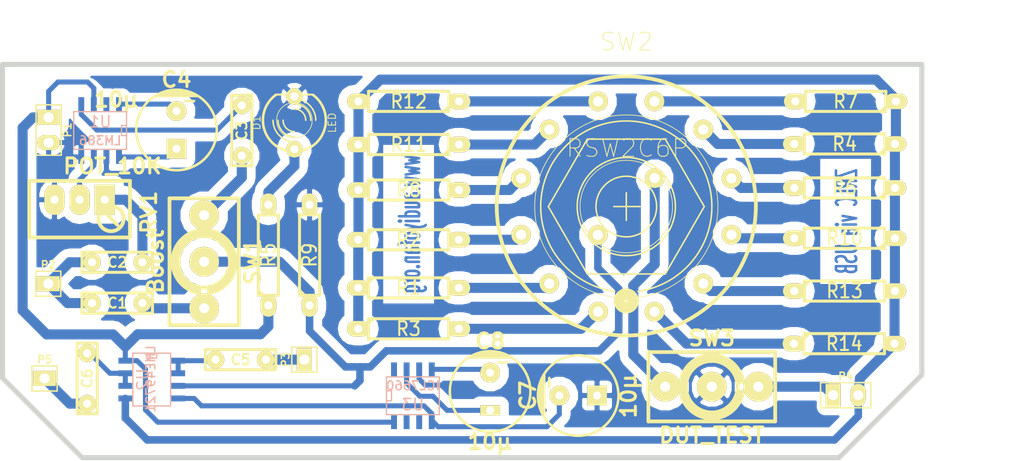
<source format=kicad_pcb>
(kicad_pcb (version 3) (host pcbnew "(2013-mar-13)-testing")

  (general
    (links 62)
    (no_connects 0)
    (area 39.011859 47.035839 142.636875 93.294201)
    (thickness 1.6)
    (drawings 12)
    (tracks 155)
    (zones 0)
    (modules 35)
    (nets 37)
  )

  (page A4)
  (layers
    (15 F.Cu signal)
    (0 B.Cu signal)
    (16 B.Adhes user)
    (17 F.Adhes user)
    (18 B.Paste user)
    (19 F.Paste user)
    (20 B.SilkS user)
    (21 F.SilkS user)
    (22 B.Mask user)
    (23 F.Mask user)
    (24 Dwgs.User user)
    (25 Cmts.User user)
    (26 Eco1.User user)
    (27 Eco2.User user)
    (28 Edge.Cuts user)
  )

  (setup
    (last_trace_width 0.508)
    (user_trace_width 0.381)
    (user_trace_width 0.508)
    (user_trace_width 0.762)
    (user_trace_width 1.016)
    (trace_clearance 0.254)
    (zone_clearance 0.889)
    (zone_45_only no)
    (trace_min 0.254)
    (segment_width 0.2)
    (edge_width 0.15)
    (via_size 0.889)
    (via_drill 0.635)
    (via_min_size 0.889)
    (via_min_drill 0.508)
    (user_via 1.626 1.016)
    (user_via 2.032 1.016)
    (uvia_size 0.508)
    (uvia_drill 0.127)
    (uvias_allowed no)
    (uvia_min_size 0.508)
    (uvia_min_drill 0.127)
    (pcb_text_width 0.3)
    (pcb_text_size 1 1)
    (mod_edge_width 0.15)
    (mod_text_size 1 1)
    (mod_text_width 0.15)
    (pad_size 2.9972 2.9972)
    (pad_drill 1.016)
    (pad_to_mask_clearance 0)
    (aux_axis_origin 0 0)
    (visible_elements FFFDFFFF)
    (pcbplotparams
      (layerselection 3178497)
      (usegerberextensions false)
      (excludeedgelayer false)
      (linewidth 0.150000)
      (plotframeref false)
      (viasonmask false)
      (mode 1)
      (useauxorigin false)
      (hpglpennumber 1)
      (hpglpenspeed 20)
      (hpglpendiameter 15)
      (hpglpenoverlay 2)
      (psnegative false)
      (psa4output false)
      (plotreference true)
      (plotvalue true)
      (plotothertext true)
      (plotinvisibletext false)
      (padsonsilk false)
      (subtractmaskfromsilk false)
      (outputformat 2)
      (mirror false)
      (drillshape 2)
      (scaleselection 1)
      (outputdirectory ""))
  )

  (net 0 "")
  (net 1 +5V)
  (net 2 -5V)
  (net 3 GND)
  (net 4 N-000001)
  (net 5 N-0000010)
  (net 6 N-0000011)
  (net 7 N-0000012)
  (net 8 N-0000013)
  (net 9 N-0000014)
  (net 10 N-0000015)
  (net 11 N-0000016)
  (net 12 N-0000017)
  (net 13 N-0000019)
  (net 14 N-000002)
  (net 15 N-0000020)
  (net 16 N-0000021)
  (net 17 N-0000022)
  (net 18 N-0000023)
  (net 19 N-0000024)
  (net 20 N-0000025)
  (net 21 N-0000026)
  (net 22 N-0000027)
  (net 23 N-0000028)
  (net 24 N-0000029)
  (net 25 N-000003)
  (net 26 N-0000030)
  (net 27 N-0000031)
  (net 28 N-0000032)
  (net 29 N-0000033)
  (net 30 N-0000034)
  (net 31 N-0000035)
  (net 32 N-0000036)
  (net 33 N-000004)
  (net 34 N-000005)
  (net 35 N-000008)
  (net 36 N-000009)

  (net_class Default "Ceci est la Netclass par défaut"
    (clearance 0.254)
    (trace_width 0.254)
    (via_dia 0.889)
    (via_drill 0.635)
    (uvia_dia 0.508)
    (uvia_drill 0.127)
    (add_net "")
    (add_net +5V)
    (add_net -5V)
    (add_net GND)
    (add_net N-000001)
    (add_net N-0000010)
    (add_net N-0000011)
    (add_net N-0000012)
    (add_net N-0000013)
    (add_net N-0000014)
    (add_net N-0000015)
    (add_net N-0000016)
    (add_net N-0000017)
    (add_net N-0000019)
    (add_net N-000002)
    (add_net N-0000020)
    (add_net N-0000021)
    (add_net N-0000022)
    (add_net N-0000023)
    (add_net N-0000024)
    (add_net N-0000025)
    (add_net N-0000026)
    (add_net N-0000027)
    (add_net N-0000028)
    (add_net N-0000029)
    (add_net N-000003)
    (add_net N-0000030)
    (add_net N-0000031)
    (add_net N-0000032)
    (add_net N-0000033)
    (add_net N-0000034)
    (add_net N-0000035)
    (add_net N-0000036)
    (add_net N-000004)
    (add_net N-000005)
    (add_net N-000008)
    (add_net N-000009)
  )

  (module CP_8x13mm (layer F.Cu) (tedit 5232152C) (tstamp 522F6BD5)
    (at 88.4936 86.36)
    (descr "Capacitor, pol, cyl 8x13mm")
    (path /522F68A4)
    (fp_text reference C8 (at 0 -5.08) (layer F.SilkS)
      (effects (font (thickness 0.3048)))
    )
    (fp_text value 10µ (at 0 5.08) (layer F.SilkS)
      (effects (font (thickness 0.3048)))
    )
    (fp_line (start 2.032 -3.429) (end -2.032 -3.429) (layer F.SilkS) (width 0.254))
    (fp_line (start -2.032 -3.429) (end -1.651 -3.556) (layer F.SilkS) (width 0.254))
    (fp_line (start -1.651 -3.556) (end 1.651 -3.556) (layer F.SilkS) (width 0.254))
    (fp_line (start 1.651 -3.556) (end 2.032 -3.429) (layer F.SilkS) (width 0.254))
    (fp_circle (center 0 0) (end -4.064 0.127) (layer F.SilkS) (width 0.254))
    (fp_line (start 0.889 -2.921) (end 1.778 -2.921) (layer F.SilkS) (width 0.254))
    (fp_line (start 1.016 -3.937) (end -1.016 -3.937) (layer F.SilkS) (width 0.254))
    (fp_line (start -1.016 -3.81) (end 1.016 -3.81) (layer F.SilkS) (width 0.254))
    (fp_line (start -1.524 -3.683) (end 1.524 -3.683) (layer F.SilkS) (width 0.254))
    (pad 1 thru_hole rect (at 0 1.905) (size 1.99898 1.016) (drill 0.8001)
      (layers *.Cu *.Mask F.SilkS)
      (net 12 N-0000017)
    )
    (pad 2 thru_hole circle (at 0 -1.905) (size 1.99898 1.99898) (drill 0.8001)
      (layers *.Cu *.Mask F.SilkS)
      (net 16 N-0000021)
    )
    (model ../3D_downloaded/walter/capacitors/cp_8x13mm.wrl
      (at (xyz 0 0 0))
      (scale (xyz 1 1 1))
      (rotate (xyz 0 0 0))
    )
  )

  (module LED-5MM (layer F.Cu) (tedit 52077366) (tstamp 5207744B)
    (at 68.7324 59.2328 90)
    (descr "LED 5mm - Lead pitch 100mil (2,54mm)")
    (tags "LED led 5mm 5MM 100mil 2,54mm")
    (path /5202AAD2)
    (fp_text reference D1 (at 0 -3.81 90) (layer F.SilkS)
      (effects (font (size 0.762 0.762) (thickness 0.0889)))
    )
    (fp_text value LED (at 0 3.81 90) (layer F.SilkS)
      (effects (font (size 0.762 0.762) (thickness 0.0889)))
    )
    (fp_line (start 2.8448 1.905) (end 2.8448 -1.905) (layer F.SilkS) (width 0.2032))
    (fp_circle (center 0.254 0) (end -1.016 1.27) (layer F.SilkS) (width 0.0762))
    (fp_arc (start 0.254 0) (end 2.794 1.905) (angle 286.2) (layer F.SilkS) (width 0.254))
    (fp_arc (start 0.254 0) (end -0.889 0) (angle 90) (layer F.SilkS) (width 0.1524))
    (fp_arc (start 0.254 0) (end 1.397 0) (angle 90) (layer F.SilkS) (width 0.1524))
    (fp_arc (start 0.254 0) (end -1.397 0) (angle 90) (layer F.SilkS) (width 0.1524))
    (fp_arc (start 0.254 0) (end 1.905 0) (angle 90) (layer F.SilkS) (width 0.1524))
    (fp_arc (start 0.254 0) (end -1.905 0) (angle 90) (layer F.SilkS) (width 0.1524))
    (fp_arc (start 0.254 0) (end 2.413 0) (angle 90) (layer F.SilkS) (width 0.1524))
    (pad 1 thru_hole circle (at -2.667 0 90) (size 1.6764 1.6764) (drill 0.8128)
      (layers *.Cu *.Mask F.SilkS)
      (net 19 N-0000024)
    )
    (pad 2 thru_hole circle (at 2.667 0 90) (size 1.6764 1.6764) (drill 0.8128)
      (layers *.Cu *.Mask F.SilkS)
      (net 3 GND)
    )
    (model discret/leds/led5_vertical_verde.wrl
      (at (xyz 0 0 0))
      (scale (xyz 1 1 1))
      (rotate (xyz 0 0 0))
    )
  )

  (module C2 (layer F.Cu) (tedit 5207AB0C) (tstamp 5203EC23)
    (at 50.8508 73.31456)
    (descr "Condensateur = 2 pas")
    (tags C)
    (path /5202AC5B)
    (fp_text reference C2 (at 0 0) (layer F.SilkS)
      (effects (font (size 1.016 1.016) (thickness 0.2032)))
    )
    (fp_text value 1µ (at 0 0) (layer F.SilkS) hide
      (effects (font (size 1.016 1.016) (thickness 0.2032)))
    )
    (fp_line (start -3.556 -1.016) (end 3.556 -1.016) (layer F.SilkS) (width 0.3048))
    (fp_line (start 3.556 -1.016) (end 3.556 1.016) (layer F.SilkS) (width 0.3048))
    (fp_line (start 3.556 1.016) (end -3.556 1.016) (layer F.SilkS) (width 0.3048))
    (fp_line (start -3.556 1.016) (end -3.556 -1.016) (layer F.SilkS) (width 0.3048))
    (fp_line (start -3.556 -0.508) (end -3.048 -1.016) (layer F.SilkS) (width 0.3048))
    (pad 1 thru_hole circle (at -2.54 0) (size 1.778 1.778) (drill 0.8128)
      (layers *.Cu *.Mask F.SilkS)
      (net 27 N-0000031)
    )
    (pad 2 thru_hole circle (at 2.54 0) (size 1.778 1.778) (drill 0.8128)
      (layers *.Cu *.Mask F.SilkS)
      (net 26 N-0000030)
    )
    (model discret/capa_2pas_5x5mm.wrl
      (at (xyz 0 0 0))
      (scale (xyz 1 1 1))
      (rotate (xyz 0 0 0))
    )
  )

  (module C2 (layer F.Cu) (tedit 5207AAAB) (tstamp 5203EC50)
    (at 63.30188 83.1469 180)
    (descr "Condensateur = 2 pas")
    (tags C)
    (path /5202B19E)
    (fp_text reference C5 (at 0 0 180) (layer F.SilkS)
      (effects (font (size 1.016 1.016) (thickness 0.2032)))
    )
    (fp_text value 1µ (at 0 0 180) (layer F.SilkS) hide
      (effects (font (size 1.016 1.016) (thickness 0.2032)))
    )
    (fp_line (start -3.556 -1.016) (end 3.556 -1.016) (layer F.SilkS) (width 0.3048))
    (fp_line (start 3.556 -1.016) (end 3.556 1.016) (layer F.SilkS) (width 0.3048))
    (fp_line (start 3.556 1.016) (end -3.556 1.016) (layer F.SilkS) (width 0.3048))
    (fp_line (start -3.556 1.016) (end -3.556 -1.016) (layer F.SilkS) (width 0.3048))
    (fp_line (start -3.556 -0.508) (end -3.048 -1.016) (layer F.SilkS) (width 0.3048))
    (pad 1 thru_hole circle (at -2.54 0 180) (size 1.778 1.778) (drill 0.8128)
      (layers *.Cu *.Mask F.SilkS)
      (net 28 N-0000032)
    )
    (pad 2 thru_hole circle (at 2.54 0 180) (size 1.778 1.778) (drill 0.8128)
      (layers *.Cu *.Mask F.SilkS)
      (net 31 N-0000035)
    )
    (model discret/capa_2pas_5x5mm.wrl
      (at (xyz 0 0 0))
      (scale (xyz 1 1 1))
      (rotate (xyz 0 0 0))
    )
  )

  (module C2 (layer F.Cu) (tedit 5207AAB8) (tstamp 5203EC5B)
    (at 47.81296 85.04428 90)
    (descr "Condensateur = 2 pas")
    (tags C)
    (path /5202B1A8)
    (fp_text reference C6 (at 0 0 90) (layer F.SilkS)
      (effects (font (size 1.016 1.016) (thickness 0.2032)))
    )
    (fp_text value 1µ (at 0 0 90) (layer F.SilkS) hide
      (effects (font (size 1.016 1.016) (thickness 0.2032)))
    )
    (fp_line (start -3.556 -1.016) (end 3.556 -1.016) (layer F.SilkS) (width 0.3048))
    (fp_line (start 3.556 -1.016) (end 3.556 1.016) (layer F.SilkS) (width 0.3048))
    (fp_line (start 3.556 1.016) (end -3.556 1.016) (layer F.SilkS) (width 0.3048))
    (fp_line (start -3.556 1.016) (end -3.556 -1.016) (layer F.SilkS) (width 0.3048))
    (fp_line (start -3.556 -0.508) (end -3.048 -1.016) (layer F.SilkS) (width 0.3048))
    (pad 1 thru_hole circle (at -2.54 0 90) (size 1.778 1.778) (drill 0.8128)
      (layers *.Cu *.Mask F.SilkS)
      (net 18 N-0000023)
    )
    (pad 2 thru_hole circle (at 2.54 0 90) (size 1.778 1.778) (drill 0.8128)
      (layers *.Cu *.Mask F.SilkS)
      (net 32 N-0000036)
    )
    (model discret/capa_2pas_5x5mm.wrl
      (at (xyz 0 0 0))
      (scale (xyz 1 1 1))
      (rotate (xyz 0 0 0))
    )
  )

  (module PIN_ARRAY_2X1 (layer F.Cu) (tedit 52088F7C) (tstamp 5203EC74)
    (at 43.92168 59.95924 270)
    (descr "Connecteurs 2 pins")
    (tags "CONN DEV")
    (path /5202A9ED)
    (fp_text reference P1 (at 0 -1.905 270) (layer F.SilkS)
      (effects (font (size 0.762 0.762) (thickness 0.1524)))
    )
    (fp_text value CONN_2 (at 0 -1.905 270) (layer F.SilkS) hide
      (effects (font (size 0.762 0.762) (thickness 0.1524)))
    )
    (fp_line (start -2.54 1.27) (end -2.54 -1.27) (layer F.SilkS) (width 0.1524))
    (fp_line (start -2.54 -1.27) (end 2.54 -1.27) (layer F.SilkS) (width 0.1524))
    (fp_line (start 2.54 -1.27) (end 2.54 1.27) (layer F.SilkS) (width 0.1524))
    (fp_line (start 2.54 1.27) (end -2.54 1.27) (layer F.SilkS) (width 0.1524))
    (pad 1 thru_hole rect (at -1.27 0 270) (size 1.524 2.286) (drill 1.016)
      (layers *.Cu *.Mask F.SilkS)
      (net 1 +5V)
    )
    (pad 2 thru_hole oval (at 1.27 0 270) (size 1.524 2.286) (drill 1.016)
      (layers *.Cu *.Mask F.SilkS)
      (net 3 GND)
    )
    (model pin_array/pins_array_2x1.wrl
      (at (xyz 0 0 0))
      (scale (xyz 1 1 1))
      (rotate (xyz 0 0 0))
    )
  )

  (module PIN_ARRAY_1 (layer F.Cu) (tedit 52088FD9) (tstamp 5203EC7D)
    (at 43.88104 75.47864)
    (descr "1 pin")
    (tags "CONN DEV")
    (path /5202AD4D)
    (fp_text reference P2 (at 0 -1.905) (layer F.SilkS)
      (effects (font (size 0.762 0.762) (thickness 0.1524)))
    )
    (fp_text value OUT_R (at 0 -1.905) (layer F.SilkS) hide
      (effects (font (size 0.762 0.762) (thickness 0.1524)))
    )
    (fp_line (start 1.27 1.27) (end -1.27 1.27) (layer F.SilkS) (width 0.1524))
    (fp_line (start -1.27 -1.27) (end 1.27 -1.27) (layer F.SilkS) (width 0.1524))
    (fp_line (start -1.27 1.27) (end -1.27 -1.27) (layer F.SilkS) (width 0.1524))
    (fp_line (start 1.27 -1.27) (end 1.27 1.27) (layer F.SilkS) (width 0.1524))
    (pad 1 thru_hole rect (at 0 0) (size 2.286 1.524) (drill 1.016)
      (layers *.Cu *.Mask F.SilkS)
      (net 27 N-0000031)
    )
    (model pin_array\pin_1.wrl
      (at (xyz 0 0 0))
      (scale (xyz 1 1 1))
      (rotate (xyz 0 0 0))
    )
  )

  (module PIN_ARRAY_1 (layer F.Cu) (tedit 52088FCA) (tstamp 5203EC86)
    (at 69.74078 83.1469 90)
    (descr "1 pin")
    (tags "CONN DEV")
    (path /5202B2B3)
    (fp_text reference P3 (at 0 -1.905 90) (layer F.SilkS)
      (effects (font (size 0.762 0.762) (thickness 0.1524)))
    )
    (fp_text value IN_R (at 0 -1.905 90) (layer F.SilkS) hide
      (effects (font (size 0.762 0.762) (thickness 0.1524)))
    )
    (fp_line (start 1.27 1.27) (end -1.27 1.27) (layer F.SilkS) (width 0.1524))
    (fp_line (start -1.27 -1.27) (end 1.27 -1.27) (layer F.SilkS) (width 0.1524))
    (fp_line (start -1.27 1.27) (end -1.27 -1.27) (layer F.SilkS) (width 0.1524))
    (fp_line (start 1.27 -1.27) (end 1.27 1.27) (layer F.SilkS) (width 0.1524))
    (pad 1 thru_hole rect (at 0 0 90) (size 2.286 1.524) (drill 1.016)
      (layers *.Cu *.Mask F.SilkS)
      (net 28 N-0000032)
    )
    (model pin_array\pin_1.wrl
      (at (xyz 0 0 0))
      (scale (xyz 1 1 1))
      (rotate (xyz 0 0 0))
    )
  )

  (module PIN_ARRAY_2X1 (layer F.Cu) (tedit 52088F8B) (tstamp 5203EC90)
    (at 124.39 86.73)
    (descr "Connecteurs 2 pins")
    (tags "CONN DEV")
    (path /5203EC5C)
    (fp_text reference P4 (at 0 -1.905) (layer F.SilkS)
      (effects (font (size 0.762 0.762) (thickness 0.1524)))
    )
    (fp_text value CONN_DUT (at 0 -1.905) (layer F.SilkS) hide
      (effects (font (size 0.762 0.762) (thickness 0.1524)))
    )
    (fp_line (start -2.54 1.27) (end -2.54 -1.27) (layer F.SilkS) (width 0.1524))
    (fp_line (start -2.54 -1.27) (end 2.54 -1.27) (layer F.SilkS) (width 0.1524))
    (fp_line (start 2.54 -1.27) (end 2.54 1.27) (layer F.SilkS) (width 0.1524))
    (fp_line (start 2.54 1.27) (end -2.54 1.27) (layer F.SilkS) (width 0.1524))
    (pad 1 thru_hole rect (at -1.27 0) (size 1.524 2.286) (drill 1.016)
      (layers *.Cu *.Mask F.SilkS)
      (net 17 N-0000022)
    )
    (pad 2 thru_hole oval (at 1.27 0) (size 1.524 2.286) (drill 1.016)
      (layers *.Cu *.Mask F.SilkS)
      (net 35 N-000008)
    )
    (model pin_array/pins_array_2x1.wrl
      (at (xyz 0 0 0))
      (scale (xyz 1 1 1))
      (rotate (xyz 0 0 0))
    )
  )

  (module PIN_ARRAY_1 (layer F.Cu) (tedit 52088FD2) (tstamp 5203EC99)
    (at 43.5102 85.04428)
    (descr "1 pin")
    (tags "CONN DEV")
    (path /5202B2C3)
    (fp_text reference P5 (at 0 -1.905) (layer F.SilkS)
      (effects (font (size 0.762 0.762) (thickness 0.1524)))
    )
    (fp_text value IN_L (at 0 -1.905) (layer F.SilkS) hide
      (effects (font (size 0.762 0.762) (thickness 0.1524)))
    )
    (fp_line (start 1.27 1.27) (end -1.27 1.27) (layer F.SilkS) (width 0.1524))
    (fp_line (start -1.27 -1.27) (end 1.27 -1.27) (layer F.SilkS) (width 0.1524))
    (fp_line (start -1.27 1.27) (end -1.27 -1.27) (layer F.SilkS) (width 0.1524))
    (fp_line (start 1.27 -1.27) (end 1.27 1.27) (layer F.SilkS) (width 0.1524))
    (pad 1 thru_hole rect (at 0 0) (size 2.286 1.524) (drill 1.016)
      (layers *.Cu *.Mask F.SilkS)
      (net 18 N-0000023)
    )
    (model pin_array\pin_1.wrl
      (at (xyz 0 0 0))
      (scale (xyz 1 1 1))
      (rotate (xyz 0 0 0))
    )
  )

  (module R4-LARGE_PADS (layer F.Cu) (tedit 5207AA04) (tstamp 5203ECA7)
    (at 80.26 75.9)
    (descr "Resitance 4 pas")
    (tags R)
    (path /5203BC19)
    (autoplace_cost180 10)
    (fp_text reference R1 (at 0 0) (layer F.SilkS)
      (effects (font (size 1.397 1.27) (thickness 0.2032)))
    )
    (fp_text value 100 (at 0 0) (layer F.SilkS) hide
      (effects (font (size 1.397 1.27) (thickness 0.2032)))
    )
    (fp_line (start -5.08 0) (end -4.064 0) (layer F.SilkS) (width 0.3048))
    (fp_line (start -4.064 0) (end -4.064 -1.016) (layer F.SilkS) (width 0.3048))
    (fp_line (start -4.064 -1.016) (end 4.064 -1.016) (layer F.SilkS) (width 0.3048))
    (fp_line (start 4.064 -1.016) (end 4.064 1.016) (layer F.SilkS) (width 0.3048))
    (fp_line (start 4.064 1.016) (end -4.064 1.016) (layer F.SilkS) (width 0.3048))
    (fp_line (start -4.064 1.016) (end -4.064 0) (layer F.SilkS) (width 0.3048))
    (fp_line (start -4.064 -0.508) (end -3.556 -1.016) (layer F.SilkS) (width 0.3048))
    (fp_line (start 5.08 0) (end 4.064 0) (layer F.SilkS) (width 0.3048))
    (pad 1 thru_hole oval (at -5.08 0) (size 2.286 1.5748) (drill 0.8128)
      (layers *.Cu *.Mask F.SilkS)
      (net 35 N-000008)
    )
    (pad 2 thru_hole oval (at 5.08 0) (size 2.286 1.5748) (drill 0.8128)
      (layers *.Cu *.Mask F.SilkS)
      (net 8 N-0000013)
    )
    (model discret/resistor.wrl
      (at (xyz 0 0 0))
      (scale (xyz 0.4 0.4 0.4))
      (rotate (xyz 0 0 0))
    )
  )

  (module R4-LARGE_PADS (layer F.Cu) (tedit 5207AA19) (tstamp 5203ECB5)
    (at 80.26 71.04)
    (descr "Resitance 4 pas")
    (tags R)
    (path /5203BC1F)
    (autoplace_cost180 10)
    (fp_text reference R2 (at 0 0) (layer F.SilkS)
      (effects (font (size 1.397 1.27) (thickness 0.2032)))
    )
    (fp_text value 1K (at 0 0) (layer F.SilkS) hide
      (effects (font (size 1.397 1.27) (thickness 0.2032)))
    )
    (fp_line (start -5.08 0) (end -4.064 0) (layer F.SilkS) (width 0.3048))
    (fp_line (start -4.064 0) (end -4.064 -1.016) (layer F.SilkS) (width 0.3048))
    (fp_line (start -4.064 -1.016) (end 4.064 -1.016) (layer F.SilkS) (width 0.3048))
    (fp_line (start 4.064 -1.016) (end 4.064 1.016) (layer F.SilkS) (width 0.3048))
    (fp_line (start 4.064 1.016) (end -4.064 1.016) (layer F.SilkS) (width 0.3048))
    (fp_line (start -4.064 1.016) (end -4.064 0) (layer F.SilkS) (width 0.3048))
    (fp_line (start -4.064 -0.508) (end -3.556 -1.016) (layer F.SilkS) (width 0.3048))
    (fp_line (start 5.08 0) (end 4.064 0) (layer F.SilkS) (width 0.3048))
    (pad 1 thru_hole oval (at -5.08 0) (size 2.286 1.5748) (drill 0.8128)
      (layers *.Cu *.Mask F.SilkS)
      (net 35 N-000008)
    )
    (pad 2 thru_hole oval (at 5.08 0) (size 2.286 1.5748) (drill 0.8128)
      (layers *.Cu *.Mask F.SilkS)
      (net 9 N-0000014)
    )
    (model discret/resistor.wrl
      (at (xyz 0 0 0))
      (scale (xyz 0.4 0.4 0.4))
      (rotate (xyz 0 0 0))
    )
  )

  (module R4-LARGE_PADS (layer F.Cu) (tedit 5207A9FB) (tstamp 5203ECC3)
    (at 80.26 80.03)
    (descr "Resitance 4 pas")
    (tags R)
    (path /5203BC13)
    (autoplace_cost180 10)
    (fp_text reference R3 (at 0 0) (layer F.SilkS)
      (effects (font (size 1.397 1.27) (thickness 0.2032)))
    )
    (fp_text value 10 (at 0 0) (layer F.SilkS) hide
      (effects (font (size 1.397 1.27) (thickness 0.2032)))
    )
    (fp_line (start -5.08 0) (end -4.064 0) (layer F.SilkS) (width 0.3048))
    (fp_line (start -4.064 0) (end -4.064 -1.016) (layer F.SilkS) (width 0.3048))
    (fp_line (start -4.064 -1.016) (end 4.064 -1.016) (layer F.SilkS) (width 0.3048))
    (fp_line (start 4.064 -1.016) (end 4.064 1.016) (layer F.SilkS) (width 0.3048))
    (fp_line (start 4.064 1.016) (end -4.064 1.016) (layer F.SilkS) (width 0.3048))
    (fp_line (start -4.064 1.016) (end -4.064 0) (layer F.SilkS) (width 0.3048))
    (fp_line (start -4.064 -0.508) (end -3.556 -1.016) (layer F.SilkS) (width 0.3048))
    (fp_line (start 5.08 0) (end 4.064 0) (layer F.SilkS) (width 0.3048))
    (pad 1 thru_hole oval (at -5.08 0) (size 2.286 1.5748) (drill 0.8128)
      (layers *.Cu *.Mask F.SilkS)
      (net 35 N-000008)
    )
    (pad 2 thru_hole oval (at 5.08 0) (size 2.286 1.5748) (drill 0.8128)
      (layers *.Cu *.Mask F.SilkS)
      (net 7 N-0000012)
    )
    (model discret/resistor.wrl
      (at (xyz 0 0 0))
      (scale (xyz 0.4 0.4 0.4))
      (rotate (xyz 0 0 0))
    )
  )

  (module R4-LARGE_PADS (layer F.Cu) (tedit 5207AA62) (tstamp 5203ECD1)
    (at 124.28 61.37 180)
    (descr "Resitance 4 pas")
    (tags R)
    (path /5203BD46)
    (autoplace_cost180 10)
    (fp_text reference R4 (at 0 0 180) (layer F.SilkS)
      (effects (font (size 1.397 1.27) (thickness 0.2032)))
    )
    (fp_text value 470 (at 0 0 180) (layer F.SilkS) hide
      (effects (font (size 1.397 1.27) (thickness 0.2032)))
    )
    (fp_line (start -5.08 0) (end -4.064 0) (layer F.SilkS) (width 0.3048))
    (fp_line (start -4.064 0) (end -4.064 -1.016) (layer F.SilkS) (width 0.3048))
    (fp_line (start -4.064 -1.016) (end 4.064 -1.016) (layer F.SilkS) (width 0.3048))
    (fp_line (start 4.064 -1.016) (end 4.064 1.016) (layer F.SilkS) (width 0.3048))
    (fp_line (start 4.064 1.016) (end -4.064 1.016) (layer F.SilkS) (width 0.3048))
    (fp_line (start -4.064 1.016) (end -4.064 0) (layer F.SilkS) (width 0.3048))
    (fp_line (start -4.064 -0.508) (end -3.556 -1.016) (layer F.SilkS) (width 0.3048))
    (fp_line (start 5.08 0) (end 4.064 0) (layer F.SilkS) (width 0.3048))
    (pad 1 thru_hole oval (at -5.08 0 180) (size 2.286 1.5748) (drill 0.8128)
      (layers *.Cu *.Mask F.SilkS)
      (net 35 N-000008)
    )
    (pad 2 thru_hole oval (at 5.08 0 180) (size 2.286 1.5748) (drill 0.8128)
      (layers *.Cu *.Mask F.SilkS)
      (net 25 N-000003)
    )
    (model discret/resistor.wrl
      (at (xyz 0 0 0))
      (scale (xyz 0.4 0.4 0.4))
      (rotate (xyz 0 0 0))
    )
  )

  (module R4-LARGE_PADS (layer F.Cu) (tedit 5207AA67) (tstamp 5203ECED)
    (at 124.28 65.81 180)
    (descr "Resitance 4 pas")
    (tags R)
    (path /5203BD4C)
    (autoplace_cost180 10)
    (fp_text reference R6 (at 0 0 180) (layer F.SilkS)
      (effects (font (size 1.397 1.27) (thickness 0.2032)))
    )
    (fp_text value 4K7 (at 0 0 180) (layer F.SilkS) hide
      (effects (font (size 1.397 1.27) (thickness 0.2032)))
    )
    (fp_line (start -5.08 0) (end -4.064 0) (layer F.SilkS) (width 0.3048))
    (fp_line (start -4.064 0) (end -4.064 -1.016) (layer F.SilkS) (width 0.3048))
    (fp_line (start -4.064 -1.016) (end 4.064 -1.016) (layer F.SilkS) (width 0.3048))
    (fp_line (start 4.064 -1.016) (end 4.064 1.016) (layer F.SilkS) (width 0.3048))
    (fp_line (start 4.064 1.016) (end -4.064 1.016) (layer F.SilkS) (width 0.3048))
    (fp_line (start -4.064 1.016) (end -4.064 0) (layer F.SilkS) (width 0.3048))
    (fp_line (start -4.064 -0.508) (end -3.556 -1.016) (layer F.SilkS) (width 0.3048))
    (fp_line (start 5.08 0) (end 4.064 0) (layer F.SilkS) (width 0.3048))
    (pad 1 thru_hole oval (at -5.08 0 180) (size 2.286 1.5748) (drill 0.8128)
      (layers *.Cu *.Mask F.SilkS)
      (net 35 N-000008)
    )
    (pad 2 thru_hole oval (at 5.08 0 180) (size 2.286 1.5748) (drill 0.8128)
      (layers *.Cu *.Mask F.SilkS)
      (net 14 N-000002)
    )
    (model discret/resistor.wrl
      (at (xyz 0 0 0))
      (scale (xyz 0.4 0.4 0.4))
      (rotate (xyz 0 0 0))
    )
  )

  (module R4-LARGE_PADS (layer F.Cu) (tedit 5207AA51) (tstamp 5203ECFB)
    (at 124.38 57.07 180)
    (descr "Resitance 4 pas")
    (tags R)
    (path /5203BD32)
    (autoplace_cost180 10)
    (fp_text reference R7 (at 0 0 180) (layer F.SilkS)
      (effects (font (size 1.397 1.27) (thickness 0.2032)))
    )
    (fp_text value 47 (at 0 0 180) (layer F.SilkS) hide
      (effects (font (size 1.397 1.27) (thickness 0.2032)))
    )
    (fp_line (start -5.08 0) (end -4.064 0) (layer F.SilkS) (width 0.3048))
    (fp_line (start -4.064 0) (end -4.064 -1.016) (layer F.SilkS) (width 0.3048))
    (fp_line (start -4.064 -1.016) (end 4.064 -1.016) (layer F.SilkS) (width 0.3048))
    (fp_line (start 4.064 -1.016) (end 4.064 1.016) (layer F.SilkS) (width 0.3048))
    (fp_line (start 4.064 1.016) (end -4.064 1.016) (layer F.SilkS) (width 0.3048))
    (fp_line (start -4.064 1.016) (end -4.064 0) (layer F.SilkS) (width 0.3048))
    (fp_line (start -4.064 -0.508) (end -3.556 -1.016) (layer F.SilkS) (width 0.3048))
    (fp_line (start 5.08 0) (end 4.064 0) (layer F.SilkS) (width 0.3048))
    (pad 1 thru_hole oval (at -5.08 0 180) (size 2.286 1.5748) (drill 0.8128)
      (layers *.Cu *.Mask F.SilkS)
      (net 35 N-000008)
    )
    (pad 2 thru_hole oval (at 5.08 0 180) (size 2.286 1.5748) (drill 0.8128)
      (layers *.Cu *.Mask F.SilkS)
      (net 33 N-000004)
    )
    (model discret/resistor.wrl
      (at (xyz 0 0 0))
      (scale (xyz 0.4 0.4 0.4))
      (rotate (xyz 0 0 0))
    )
  )

  (module R4-LARGE_PADS (layer F.Cu) (tedit 5207AA23) (tstamp 5203ED09)
    (at 80.28 66.02)
    (descr "Resitance 4 pas")
    (tags R)
    (path /5203BC31)
    (autoplace_cost180 10)
    (fp_text reference R8 (at 0 0) (layer F.SilkS)
      (effects (font (size 1.397 1.27) (thickness 0.2032)))
    )
    (fp_text value 10K (at 0 0) (layer F.SilkS) hide
      (effects (font (size 1.397 1.27) (thickness 0.2032)))
    )
    (fp_line (start -5.08 0) (end -4.064 0) (layer F.SilkS) (width 0.3048))
    (fp_line (start -4.064 0) (end -4.064 -1.016) (layer F.SilkS) (width 0.3048))
    (fp_line (start -4.064 -1.016) (end 4.064 -1.016) (layer F.SilkS) (width 0.3048))
    (fp_line (start 4.064 -1.016) (end 4.064 1.016) (layer F.SilkS) (width 0.3048))
    (fp_line (start 4.064 1.016) (end -4.064 1.016) (layer F.SilkS) (width 0.3048))
    (fp_line (start -4.064 1.016) (end -4.064 0) (layer F.SilkS) (width 0.3048))
    (fp_line (start -4.064 -0.508) (end -3.556 -1.016) (layer F.SilkS) (width 0.3048))
    (fp_line (start 5.08 0) (end 4.064 0) (layer F.SilkS) (width 0.3048))
    (pad 1 thru_hole oval (at -5.08 0) (size 2.286 1.5748) (drill 0.8128)
      (layers *.Cu *.Mask F.SilkS)
      (net 35 N-000008)
    )
    (pad 2 thru_hole oval (at 5.08 0) (size 2.286 1.5748) (drill 0.8128)
      (layers *.Cu *.Mask F.SilkS)
      (net 10 N-0000015)
    )
    (model discret/resistor.wrl
      (at (xyz 0 0 0))
      (scale (xyz 0.4 0.4 0.4))
      (rotate (xyz 0 0 0))
    )
  )

  (module R4-LARGE_PADS (layer F.Cu) (tedit 5207AAFB) (tstamp 5203ED17)
    (at 70.26656 72.58812 90)
    (descr "Resitance 4 pas")
    (tags R)
    (path /5203B9D2)
    (autoplace_cost180 10)
    (fp_text reference R9 (at 0 0 90) (layer F.SilkS)
      (effects (font (size 1.397 1.27) (thickness 0.2032)))
    )
    (fp_text value 10K (at 0 0 90) (layer F.SilkS) hide
      (effects (font (size 1.397 1.27) (thickness 0.2032)))
    )
    (fp_line (start -5.08 0) (end -4.064 0) (layer F.SilkS) (width 0.3048))
    (fp_line (start -4.064 0) (end -4.064 -1.016) (layer F.SilkS) (width 0.3048))
    (fp_line (start -4.064 -1.016) (end 4.064 -1.016) (layer F.SilkS) (width 0.3048))
    (fp_line (start 4.064 -1.016) (end 4.064 1.016) (layer F.SilkS) (width 0.3048))
    (fp_line (start 4.064 1.016) (end -4.064 1.016) (layer F.SilkS) (width 0.3048))
    (fp_line (start -4.064 1.016) (end -4.064 0) (layer F.SilkS) (width 0.3048))
    (fp_line (start -4.064 -0.508) (end -3.556 -1.016) (layer F.SilkS) (width 0.3048))
    (fp_line (start 5.08 0) (end 4.064 0) (layer F.SilkS) (width 0.3048))
    (pad 1 thru_hole oval (at -5.08 0 90) (size 2.286 1.5748) (drill 0.8128)
      (layers *.Cu *.Mask F.SilkS)
      (net 30 N-0000034)
    )
    (pad 2 thru_hole oval (at 5.08 0 90) (size 2.286 1.5748) (drill 0.8128)
      (layers *.Cu *.Mask F.SilkS)
      (net 3 GND)
    )
    (model discret/resistor.wrl
      (at (xyz 0 0 0))
      (scale (xyz 0.4 0.4 0.4))
      (rotate (xyz 0 0 0))
    )
  )

  (module R4-LARGE_PADS (layer F.Cu) (tedit 5207AA6F) (tstamp 5203ED25)
    (at 124.28 70.89 180)
    (descr "Resitance 4 pas")
    (tags R)
    (path /5203BD5E)
    (autoplace_cost180 10)
    (fp_text reference R10 (at 0 0 180) (layer F.SilkS)
      (effects (font (size 1.397 1.27) (thickness 0.2032)))
    )
    (fp_text value 47K (at 0 0 180) (layer F.SilkS) hide
      (effects (font (size 1.397 1.27) (thickness 0.2032)))
    )
    (fp_line (start -5.08 0) (end -4.064 0) (layer F.SilkS) (width 0.3048))
    (fp_line (start -4.064 0) (end -4.064 -1.016) (layer F.SilkS) (width 0.3048))
    (fp_line (start -4.064 -1.016) (end 4.064 -1.016) (layer F.SilkS) (width 0.3048))
    (fp_line (start 4.064 -1.016) (end 4.064 1.016) (layer F.SilkS) (width 0.3048))
    (fp_line (start 4.064 1.016) (end -4.064 1.016) (layer F.SilkS) (width 0.3048))
    (fp_line (start -4.064 1.016) (end -4.064 0) (layer F.SilkS) (width 0.3048))
    (fp_line (start -4.064 -0.508) (end -3.556 -1.016) (layer F.SilkS) (width 0.3048))
    (fp_line (start 5.08 0) (end 4.064 0) (layer F.SilkS) (width 0.3048))
    (pad 1 thru_hole oval (at -5.08 0 180) (size 2.286 1.5748) (drill 0.8128)
      (layers *.Cu *.Mask F.SilkS)
      (net 35 N-000008)
    )
    (pad 2 thru_hole oval (at 5.08 0 180) (size 2.286 1.5748) (drill 0.8128)
      (layers *.Cu *.Mask F.SilkS)
      (net 4 N-000001)
    )
    (model discret/resistor.wrl
      (at (xyz 0 0 0))
      (scale (xyz 0.4 0.4 0.4))
      (rotate (xyz 0 0 0))
    )
  )

  (module R4-LARGE_PADS (layer F.Cu) (tedit 5207AA38) (tstamp 5203ED33)
    (at 80.28 61.43 180)
    (descr "Resitance 4 pas")
    (tags R)
    (path /5203BC2B)
    (autoplace_cost180 10)
    (fp_text reference R11 (at 0 0 180) (layer F.SilkS)
      (effects (font (size 1.397 1.27) (thickness 0.2032)))
    )
    (fp_text value 100K (at 0 0 180) (layer F.SilkS) hide
      (effects (font (size 1.397 1.27) (thickness 0.2032)))
    )
    (fp_line (start -5.08 0) (end -4.064 0) (layer F.SilkS) (width 0.3048))
    (fp_line (start -4.064 0) (end -4.064 -1.016) (layer F.SilkS) (width 0.3048))
    (fp_line (start -4.064 -1.016) (end 4.064 -1.016) (layer F.SilkS) (width 0.3048))
    (fp_line (start 4.064 -1.016) (end 4.064 1.016) (layer F.SilkS) (width 0.3048))
    (fp_line (start 4.064 1.016) (end -4.064 1.016) (layer F.SilkS) (width 0.3048))
    (fp_line (start -4.064 1.016) (end -4.064 0) (layer F.SilkS) (width 0.3048))
    (fp_line (start -4.064 -0.508) (end -3.556 -1.016) (layer F.SilkS) (width 0.3048))
    (fp_line (start 5.08 0) (end 4.064 0) (layer F.SilkS) (width 0.3048))
    (pad 1 thru_hole oval (at -5.08 0 180) (size 2.286 1.5748) (drill 0.8128)
      (layers *.Cu *.Mask F.SilkS)
      (net 11 N-0000016)
    )
    (pad 2 thru_hole oval (at 5.08 0 180) (size 2.286 1.5748) (drill 0.8128)
      (layers *.Cu *.Mask F.SilkS)
      (net 35 N-000008)
    )
    (model discret/resistor.wrl
      (at (xyz 0 0 0))
      (scale (xyz 0.4 0.4 0.4))
      (rotate (xyz 0 0 0))
    )
  )

  (module R4-LARGE_PADS (layer F.Cu) (tedit 5207AA3E) (tstamp 5203ED41)
    (at 80.28 57.07 180)
    (descr "Resitance 4 pas")
    (tags R)
    (path /5203BC25)
    (autoplace_cost180 10)
    (fp_text reference R12 (at 0 0 180) (layer F.SilkS)
      (effects (font (size 1.397 1.27) (thickness 0.2032)))
    )
    (fp_text value 1M (at 0 0 180) (layer F.SilkS) hide
      (effects (font (size 1.397 1.27) (thickness 0.2032)))
    )
    (fp_line (start -5.08 0) (end -4.064 0) (layer F.SilkS) (width 0.3048))
    (fp_line (start -4.064 0) (end -4.064 -1.016) (layer F.SilkS) (width 0.3048))
    (fp_line (start -4.064 -1.016) (end 4.064 -1.016) (layer F.SilkS) (width 0.3048))
    (fp_line (start 4.064 -1.016) (end 4.064 1.016) (layer F.SilkS) (width 0.3048))
    (fp_line (start 4.064 1.016) (end -4.064 1.016) (layer F.SilkS) (width 0.3048))
    (fp_line (start -4.064 1.016) (end -4.064 0) (layer F.SilkS) (width 0.3048))
    (fp_line (start -4.064 -0.508) (end -3.556 -1.016) (layer F.SilkS) (width 0.3048))
    (fp_line (start 5.08 0) (end 4.064 0) (layer F.SilkS) (width 0.3048))
    (pad 1 thru_hole oval (at -5.08 0 180) (size 2.286 1.5748) (drill 0.8128)
      (layers *.Cu *.Mask F.SilkS)
      (net 36 N-000009)
    )
    (pad 2 thru_hole oval (at 5.08 0 180) (size 2.286 1.5748) (drill 0.8128)
      (layers *.Cu *.Mask F.SilkS)
      (net 35 N-000008)
    )
    (model discret/resistor.wrl
      (at (xyz 0 0 0))
      (scale (xyz 0.4 0.4 0.4))
      (rotate (xyz 0 0 0))
    )
  )

  (module R4-LARGE_PADS (layer F.Cu) (tedit 5207AA73) (tstamp 5203ED4F)
    (at 124.28 76.22)
    (descr "Resitance 4 pas")
    (tags R)
    (path /5203BD58)
    (autoplace_cost180 10)
    (fp_text reference R13 (at 0 0) (layer F.SilkS)
      (effects (font (size 1.397 1.27) (thickness 0.2032)))
    )
    (fp_text value 470K (at 0 0) (layer F.SilkS) hide
      (effects (font (size 1.397 1.27) (thickness 0.2032)))
    )
    (fp_line (start -5.08 0) (end -4.064 0) (layer F.SilkS) (width 0.3048))
    (fp_line (start -4.064 0) (end -4.064 -1.016) (layer F.SilkS) (width 0.3048))
    (fp_line (start -4.064 -1.016) (end 4.064 -1.016) (layer F.SilkS) (width 0.3048))
    (fp_line (start 4.064 -1.016) (end 4.064 1.016) (layer F.SilkS) (width 0.3048))
    (fp_line (start 4.064 1.016) (end -4.064 1.016) (layer F.SilkS) (width 0.3048))
    (fp_line (start -4.064 1.016) (end -4.064 0) (layer F.SilkS) (width 0.3048))
    (fp_line (start -4.064 -0.508) (end -3.556 -1.016) (layer F.SilkS) (width 0.3048))
    (fp_line (start 5.08 0) (end 4.064 0) (layer F.SilkS) (width 0.3048))
    (pad 1 thru_hole oval (at -5.08 0) (size 2.286 1.5748) (drill 0.8128)
      (layers *.Cu *.Mask F.SilkS)
      (net 6 N-0000011)
    )
    (pad 2 thru_hole oval (at 5.08 0) (size 2.286 1.5748) (drill 0.8128)
      (layers *.Cu *.Mask F.SilkS)
      (net 35 N-000008)
    )
    (model discret/resistor.wrl
      (at (xyz 0 0 0))
      (scale (xyz 0.4 0.4 0.4))
      (rotate (xyz 0 0 0))
    )
  )

  (module R4-LARGE_PADS (layer F.Cu) (tedit 5207AA80) (tstamp 5203ED5D)
    (at 124.24 81.53)
    (descr "Resitance 4 pas")
    (tags R)
    (path /5203BD52)
    (autoplace_cost180 10)
    (fp_text reference R14 (at 0 0) (layer F.SilkS)
      (effects (font (size 1.397 1.27) (thickness 0.2032)))
    )
    (fp_text value 4M7 (at 0 0) (layer F.SilkS) hide
      (effects (font (size 1.397 1.27) (thickness 0.2032)))
    )
    (fp_line (start -5.08 0) (end -4.064 0) (layer F.SilkS) (width 0.3048))
    (fp_line (start -4.064 0) (end -4.064 -1.016) (layer F.SilkS) (width 0.3048))
    (fp_line (start -4.064 -1.016) (end 4.064 -1.016) (layer F.SilkS) (width 0.3048))
    (fp_line (start 4.064 -1.016) (end 4.064 1.016) (layer F.SilkS) (width 0.3048))
    (fp_line (start 4.064 1.016) (end -4.064 1.016) (layer F.SilkS) (width 0.3048))
    (fp_line (start -4.064 1.016) (end -4.064 0) (layer F.SilkS) (width 0.3048))
    (fp_line (start -4.064 -0.508) (end -3.556 -1.016) (layer F.SilkS) (width 0.3048))
    (fp_line (start 5.08 0) (end 4.064 0) (layer F.SilkS) (width 0.3048))
    (pad 1 thru_hole oval (at -5.08 0) (size 2.286 1.5748) (drill 0.8128)
      (layers *.Cu *.Mask F.SilkS)
      (net 5 N-0000010)
    )
    (pad 2 thru_hole oval (at 5.08 0) (size 2.286 1.5748) (drill 0.8128)
      (layers *.Cu *.Mask F.SilkS)
      (net 35 N-000008)
    )
    (model discret/resistor.wrl
      (at (xyz 0 0 0))
      (scale (xyz 0.4 0.4 0.4))
      (rotate (xyz 0 0 0))
    )
  )

  (module POT93YA (layer F.Cu) (tedit 521F9DB9) (tstamp 5203ED6B)
    (at 47.05096 67.00012 270)
    (path /5202AC3A)
    (fp_text reference RV1 (at 1.27 -6.985 270) (layer F.SilkS)
      (effects (font (thickness 0.3048)))
    )
    (fp_text value POT_10K (at -3.38836 -3.30708 360) (layer F.SilkS)
      (effects (font (thickness 0.3048)))
    )
    (fp_line (start 1.27 -2.54) (end 2.54 -3.81) (layer F.SilkS) (width 0.381))
    (fp_circle (center 1.905 -3.175) (end 3.175 -3.175) (layer F.SilkS) (width 0.381))
    (fp_line (start 3.175 5.08) (end 3.81 5.08) (layer F.SilkS) (width 0.381))
    (fp_line (start 3.81 5.08) (end 3.81 -5.08) (layer F.SilkS) (width 0.381))
    (fp_line (start -1.905 -5.08) (end -1.905 5.08) (layer F.SilkS) (width 0.381))
    (fp_line (start -1.905 5.08) (end 3.175 5.08) (layer F.SilkS) (width 0.381))
    (fp_line (start 3.81 -5.08) (end -1.905 -5.08) (layer F.SilkS) (width 0.381))
    (pad 2 thru_hole oval (at 0 0 270) (size 3.059 2.03962) (drill 0.8128)
      (layers *.Cu *.Mask F.SilkS)
      (net 22 N-0000027)
    )
    (pad 1 thru_hole rect (at 0 -2.54 270) (size 3.059 2.039) (drill 0.8128)
      (layers *.Cu *.Mask F.SilkS)
      (net 26 N-0000030)
    )
    (pad 3 thru_hole oval (at 0 2.54 270) (size 3.059 2.03962) (drill 0.8128)
      (layers *.Cu *.Mask F.SilkS)
      (net 3 GND)
    )
    (model ../3D_downloaded/other/POT_T63XA.wrl
      (at (xyz 0 0 0))
      (scale (xyz 1 1 1))
      (rotate (xyz 0 0 180))
    )
  )

  (module RSW2C6P (layer F.Cu) (tedit 521F9DC4) (tstamp 5203EDB7)
    (at 102.24 67.69)
    (descr "ROTARY SWITCH")
    (tags "ROTARY SWITCH")
    (path /5202BC62)
    (attr virtual)
    (fp_text reference SW2 (at 0 -16.637) (layer F.SilkS)
      (effects (font (size 1.778 1.778) (thickness 0.0889)))
    )
    (fp_text value RSW2C6P (at 0.11692 -5.8918) (layer F.SilkS)
      (effects (font (size 1.778 1.778) (thickness 0.0889)))
    )
    (fp_circle (center 0 -0.0635) (end -13.081 -0.127) (layer F.SilkS) (width 0.381))
    (fp_circle (center 0 9.525) (end -0.0635 9.4615) (layer F.SilkS) (width 0.381))
    (fp_circle (center 0 9.525) (end -0.254 9.2075) (layer F.SilkS) (width 0.381))
    (fp_circle (center 0 9.525) (end -0.508 9.017) (layer F.SilkS) (width 0.381))
    (fp_line (start -3.937 -6.8072) (end 3.937 -6.8072) (layer F.SilkS) (width 0.1524))
    (fp_line (start 7.874 0) (end 3.937 6.8072) (layer F.SilkS) (width 0.1524))
    (fp_line (start 3.937 6.8072) (end -3.937 6.8072) (layer F.SilkS) (width 0.1524))
    (fp_line (start -3.937 6.8072) (end -7.874 0) (layer F.SilkS) (width 0.1524))
    (fp_line (start -7.874 0) (end -3.937 -6.8072) (layer F.SilkS) (width 0.1524))
    (fp_line (start -1.27 0) (end 1.397 0) (layer F.SilkS) (width 0.1524))
    (fp_line (start 0 1.397) (end 0 -1.397) (layer F.SilkS) (width 0.1524))
    (fp_line (start 3.937 -6.8072) (end 7.874 0) (layer F.SilkS) (width 0.1524))
    (fp_circle (center 0 9.525) (end -0.762 10.287) (layer F.SilkS) (width 0.381))
    (fp_circle (center 0 0) (end -6.5405 6.5405) (layer F.SilkS) (width 0.0762))
    (fp_circle (center 0 0) (end -3.302 3.302) (layer F.SilkS) (width 0.0762))
    (fp_arc (start 0 0) (end -1.1684 8.5598) (angle 344.4) (layer F.SilkS) (width 0.1524))
    (fp_arc (start 0 0) (end 2.667 -1.4986) (angle 58.6) (layer F.SilkS) (width 0.1524))
    (fp_arc (start 0 0) (end 4.2418 -2.5654) (angle 62.3) (layer F.SilkS) (width 0.1524))
    (fp_arc (start 0 0) (end -1.4986 -2.667) (angle 58.6) (layer F.SilkS) (width 0.1524))
    (fp_arc (start 0 0) (end -2.5654 -4.2418) (angle 62.3) (layer F.SilkS) (width 0.1524))
    (fp_arc (start 0 0) (end -4.2418 2.5654) (angle 62.3) (layer F.SilkS) (width 0.1524))
    (fp_arc (start 0 0) (end -2.667 1.4986) (angle 58.6) (layer F.SilkS) (width 0.1524))
    (fp_arc (start 0 0) (end 1.4986 2.667) (angle 58.6) (layer F.SilkS) (width 0.1524))
    (fp_arc (start 0 0) (end 2.5654 4.2418) (angle 62.3) (layer F.SilkS) (width 0.1524))
    (fp_arc (start 0 0) (end 2.5654 -4.2418) (angle 27.6) (layer F.SilkS) (width 0.1524))
    (fp_arc (start 0 0) (end 1.4986 -2.667) (angle 31.3) (layer F.SilkS) (width 0.1524))
    (fp_arc (start 0 0) (end -2.667 -1.4986) (angle 31.3) (layer F.SilkS) (width 0.1524))
    (fp_arc (start 0 0) (end -4.2418 -2.5654) (angle 27.6) (layer F.SilkS) (width 0.1524))
    (fp_arc (start 0 0) (end -1.4986 2.667) (angle 31.3) (layer F.SilkS) (width 0.1524))
    (fp_arc (start 0 0) (end -2.5654 4.2418) (angle 27.6) (layer F.SilkS) (width 0.1524))
    (fp_arc (start 0 0) (end 2.667 1.4986) (angle 31.3) (layer F.SilkS) (width 0.1524))
    (fp_arc (start 0 0) (end 4.2418 2.5654) (angle 27.6) (layer F.SilkS) (width 0.1524))
    (pad A thru_hole circle (at -2.8702 2.8702) (size 1.9812 1.9812) (drill 1.016)
      (layers *.Cu F.Paste F.SilkS F.Mask)
      (net 30 N-0000034)
    )
    (pad A1 thru_hole circle (at -2.8448 10.6172) (size 1.9812 1.9812) (drill 1.016)
      (layers *.Cu F.Paste F.SilkS F.Mask)
      (net 7 N-0000012)
    )
    (pad A2 thru_hole circle (at -7.7724 7.7724) (size 1.9812 1.9812) (drill 1.016)
      (layers *.Cu F.Paste F.SilkS F.Mask)
      (net 8 N-0000013)
    )
    (pad A3 thru_hole circle (at -10.6172 2.8448) (size 1.9812 1.9812) (drill 1.016)
      (layers *.Cu F.Paste F.SilkS F.Mask)
      (net 9 N-0000014)
    )
    (pad A4 thru_hole circle (at -10.6172 -2.8448) (size 1.9812 1.9812) (drill 1.016)
      (layers *.Cu F.Paste F.SilkS F.Mask)
      (net 10 N-0000015)
    )
    (pad A5 thru_hole circle (at -7.7724 -7.7724) (size 1.9812 1.9812) (drill 1.016)
      (layers *.Cu F.Paste F.SilkS F.Mask)
      (net 11 N-0000016)
    )
    (pad A6 thru_hole circle (at -2.8448 -10.6172) (size 1.9812 1.9812) (drill 1.016)
      (layers *.Cu F.Paste F.SilkS F.Mask)
      (net 36 N-000009)
    )
    (pad C thru_hole circle (at 2.8702 -2.8702) (size 1.9812 1.9812) (drill 1.016)
      (layers *.Cu F.Paste F.SilkS F.Mask)
      (net 34 N-000005)
    )
    (pad C1 thru_hole circle (at 2.8448 -10.6172) (size 1.9812 1.9812) (drill 1.016)
      (layers *.Cu F.Paste F.SilkS F.Mask)
      (net 33 N-000004)
    )
    (pad C2 thru_hole circle (at 7.7724 -7.7724) (size 1.9812 1.9812) (drill 1.016)
      (layers *.Cu F.Paste F.SilkS F.Mask)
      (net 25 N-000003)
    )
    (pad C3 thru_hole circle (at 10.6172 -2.8448) (size 1.9812 1.9812) (drill 1.016)
      (layers *.Cu F.Paste F.SilkS F.Mask)
      (net 14 N-000002)
    )
    (pad C4 thru_hole circle (at 10.6172 2.8448) (size 1.9812 1.9812) (drill 1.016)
      (layers *.Cu F.Paste F.SilkS F.Mask)
      (net 4 N-000001)
    )
    (pad C5 thru_hole circle (at 7.7724 7.7724) (size 1.9812 1.9812) (drill 1.016)
      (layers *.Cu F.Paste F.SilkS F.Mask)
      (net 6 N-0000011)
    )
    (pad C6 thru_hole circle (at 2.8448 10.6172) (size 1.9812 1.9812) (drill 1.016)
      (layers *.Cu F.Paste F.SilkS F.Mask)
      (net 5 N-0000010)
    )
    (model ../3D_downloaded/other/switch-ck102x06.wrl
      (at (xyz 0 0 0))
      (scale (xyz 1.6 1.6 1.6))
      (rotate (xyz 0 0 0))
    )
  )

  (module SO8E (layer B.Cu) (tedit 521F9DD2) (tstamp 5203EDE8)
    (at 54.3306 85.15604 270)
    (descr "module CMS SOJ 8 pins etroit")
    (tags "CMS SOJ")
    (path /5203B746)
    (attr smd)
    (fp_text reference U2 (at 0 0.889 270) (layer B.SilkS)
      (effects (font (size 1.143 1.143) (thickness 0.1524)) (justify mirror))
    )
    (fp_text value LME49721 (at -0.05876 0.1068 270) (layer B.SilkS)
      (effects (font (size 0.889 0.889) (thickness 0.1524)) (justify mirror))
    )
    (fp_line (start -2.667 -1.778) (end -2.667 -1.905) (layer B.SilkS) (width 0.127))
    (fp_line (start -2.667 -1.905) (end 2.667 -1.905) (layer B.SilkS) (width 0.127))
    (fp_line (start 2.667 1.905) (end -2.667 1.905) (layer B.SilkS) (width 0.127))
    (fp_line (start -2.667 1.905) (end -2.667 -1.778) (layer B.SilkS) (width 0.127))
    (fp_line (start -2.667 0.508) (end -2.159 0.508) (layer B.SilkS) (width 0.127))
    (fp_line (start -2.159 0.508) (end -2.159 -0.508) (layer B.SilkS) (width 0.127))
    (fp_line (start -2.159 -0.508) (end -2.667 -0.508) (layer B.SilkS) (width 0.127))
    (fp_line (start 2.667 1.905) (end 2.667 -1.905) (layer B.SilkS) (width 0.127))
    (pad 8 smd rect (at -1.905 2.667 270) (size 0.59944 1.39954)
      (layers B.Cu B.Paste B.Mask)
      (net 1 +5V)
    )
    (pad 1 smd rect (at -1.905 -2.667 270) (size 0.59944 1.39954)
      (layers B.Cu B.Paste B.Mask)
      (net 31 N-0000035)
    )
    (pad 7 smd rect (at -0.635 2.667 270) (size 0.59944 1.39954)
      (layers B.Cu B.Paste B.Mask)
      (net 32 N-0000036)
    )
    (pad 6 smd rect (at 0.635 2.667 270) (size 0.59944 1.39954)
      (layers B.Cu B.Paste B.Mask)
      (net 32 N-0000036)
    )
    (pad 5 smd rect (at 1.905 2.667 270) (size 0.59944 1.39954)
      (layers B.Cu B.Paste B.Mask)
      (net 35 N-000008)
    )
    (pad 2 smd rect (at -0.635 -2.667 270) (size 0.59944 1.39954)
      (layers B.Cu B.Paste B.Mask)
      (net 31 N-0000035)
    )
    (pad 3 smd rect (at 0.635 -2.667 270) (size 0.59944 1.39954)
      (layers B.Cu B.Paste B.Mask)
      (net 30 N-0000034)
    )
    (pad 4 smd rect (at 1.905 -2.667 270) (size 0.59944 1.39954)
      (layers B.Cu B.Paste B.Mask)
      (net 2 -5V)
    )
    (model smd/cms_so8.wrl
      (at (xyz 0 0 0))
      (scale (xyz 0.5 0.32 0.5))
      (rotate (xyz 0 0 0))
    )
  )

  (module R4-LARGE_PADS (layer F.Cu) (tedit 5207AADF) (tstamp 52077459)
    (at 66.10604 72.58812 90)
    (descr "Resitance 4 pas")
    (tags R)
    (path /5202AAF1)
    (autoplace_cost180 10)
    (fp_text reference R5 (at 0 0 90) (layer F.SilkS)
      (effects (font (size 1.397 1.27) (thickness 0.2032)))
    )
    (fp_text value 470 (at 0 0 90) (layer F.SilkS) hide
      (effects (font (size 1.397 1.27) (thickness 0.2032)))
    )
    (fp_line (start -5.08 0) (end -4.064 0) (layer F.SilkS) (width 0.3048))
    (fp_line (start -4.064 0) (end -4.064 -1.016) (layer F.SilkS) (width 0.3048))
    (fp_line (start -4.064 -1.016) (end 4.064 -1.016) (layer F.SilkS) (width 0.3048))
    (fp_line (start 4.064 -1.016) (end 4.064 1.016) (layer F.SilkS) (width 0.3048))
    (fp_line (start 4.064 1.016) (end -4.064 1.016) (layer F.SilkS) (width 0.3048))
    (fp_line (start -4.064 1.016) (end -4.064 0) (layer F.SilkS) (width 0.3048))
    (fp_line (start -4.064 -0.508) (end -3.556 -1.016) (layer F.SilkS) (width 0.3048))
    (fp_line (start 5.08 0) (end 4.064 0) (layer F.SilkS) (width 0.3048))
    (pad 1 thru_hole oval (at -5.08 0 90) (size 2.286 1.5748) (drill 0.8128)
      (layers *.Cu *.Mask F.SilkS)
      (net 1 +5V)
    )
    (pad 2 thru_hole oval (at 5.08 0 90) (size 2.286 1.5748) (drill 0.8128)
      (layers *.Cu *.Mask F.SilkS)
      (net 19 N-0000024)
    )
    (model discret/resistor.wrl
      (at (xyz 0 0 0))
      (scale (xyz 0.4 0.4 0.4))
      (rotate (xyz 0 0 0))
    )
  )

  (module CP_8x13mm (layer F.Cu) (tedit 521F9DEC) (tstamp 5203EC45)
    (at 56.82996 59.95924)
    (descr "Capacitor, pol, cyl 8x13mm")
    (path /5202B66C)
    (fp_text reference C4 (at 0 -5.08) (layer F.SilkS)
      (effects (font (thickness 0.3048)))
    )
    (fp_text value 10µ (at -6.05028 -3.07848) (layer F.SilkS)
      (effects (font (thickness 0.3048)))
    )
    (fp_line (start 2.032 -3.429) (end -2.032 -3.429) (layer F.SilkS) (width 0.254))
    (fp_line (start -2.032 -3.429) (end -1.651 -3.556) (layer F.SilkS) (width 0.254))
    (fp_line (start -1.651 -3.556) (end 1.651 -3.556) (layer F.SilkS) (width 0.254))
    (fp_line (start 1.651 -3.556) (end 2.032 -3.429) (layer F.SilkS) (width 0.254))
    (fp_circle (center 0 0) (end -4.064 0.127) (layer F.SilkS) (width 0.254))
    (fp_line (start 0.889 -2.921) (end 1.778 -2.921) (layer F.SilkS) (width 0.254))
    (fp_line (start 1.016 -3.937) (end -1.016 -3.937) (layer F.SilkS) (width 0.254))
    (fp_line (start -1.016 -3.81) (end 1.016 -3.81) (layer F.SilkS) (width 0.254))
    (fp_line (start -1.524 -3.683) (end 1.524 -3.683) (layer F.SilkS) (width 0.254))
    (pad 1 thru_hole rect (at 0 1.905) (size 1.99898 1.99898) (drill 0.8001)
      (layers *.Cu *.Mask F.SilkS)
      (net 23 N-0000028)
    )
    (pad 2 thru_hole circle (at 0 -1.905) (size 1.99898 1.99898) (drill 0.8001)
      (layers *.Cu *.Mask F.SilkS)
      (net 29 N-0000033)
    )
    (model ../3D_downloaded/walter/capacitors/cp_8x13mm.wrl
      (at (xyz 0 0 0))
      (scale (xyz 1 1 1))
      (rotate (xyz 0 0 0))
    )
  )

  (module switch_100sp5 (layer F.Cu) (tedit 520BB94C) (tstamp 520B3B2C)
    (at 110.871 85.8774)
    (descr "E-Switch 100SP5")
    (path /5202B4DA)
    (fp_text reference SW3 (at 0 -4.89966) (layer F.SilkS)
      (effects (font (thickness 0.3048)))
    )
    (fp_text value DUT_TEST (at 0 4.89966) (layer F.SilkS)
      (effects (font (thickness 0.3048)))
    )
    (fp_line (start 2.60096 0.50038) (end 3.0988 0.50038) (layer F.SilkS) (width 0.37846))
    (fp_line (start 2.60096 -0.50038) (end 3.0988 -0.50038) (layer F.SilkS) (width 0.37846))
    (fp_circle (center 0 0) (end -2.60096 0.29972) (layer F.SilkS) (width 0.37846))
    (fp_arc (start 0 0) (end -0.5207 -2.56032) (angle 90) (layer F.SilkS) (width 0.37846))
    (fp_arc (start 0 0) (end 2.56032 0.48006) (angle 90) (layer F.SilkS) (width 0.37846))
    (fp_arc (start 0 0) (end 2.83972 0.70104) (angle 90) (layer F.SilkS) (width 0.37846))
    (fp_arc (start 0 0) (end -0.70104 -2.82956) (angle 90) (layer F.SilkS) (width 0.37846))
    (fp_arc (start 0 0) (end 0 2.60096) (angle 90) (layer F.SilkS) (width 0.37846))
    (fp_arc (start 0 0) (end -2.60096 0) (angle 90) (layer F.SilkS) (width 0.37846))
    (fp_arc (start 0 0) (end 0 2.90068) (angle 90) (layer F.SilkS) (width 0.37846))
    (fp_arc (start 0 0) (end -2.90068 0) (angle 90) (layer F.SilkS) (width 0.37846))
    (fp_arc (start 0 0) (end 3.15976 0.51054) (angle 90) (layer F.SilkS) (width 0.37846))
    (fp_arc (start 0 0) (end -0.51054 -3.15976) (angle 90) (layer F.SilkS) (width 0.37846))
    (fp_arc (start 0 0) (end 0 3.2004) (angle 90) (layer F.SilkS) (width 0.37846))
    (fp_arc (start 0 0) (end -3.2004 0) (angle 90) (layer F.SilkS) (width 0.37846))
    (fp_line (start -6.4008 -3.49758) (end 6.4008 -3.49758) (layer F.SilkS) (width 0.37846))
    (fp_line (start 6.4008 -3.50012) (end 6.4008 3.50012) (layer F.SilkS) (width 0.37846))
    (fp_line (start 6.4008 3.50012) (end -6.4008 3.50012) (layer F.SilkS) (width 0.37846))
    (fp_line (start -6.4008 3.50012) (end -6.4008 -3.50012) (layer F.SilkS) (width 0.37846))
    (pad 1 thru_hole circle (at -4.699 0) (size 2.9972 2.9972) (drill 1.016)
      (layers *.Cu *.Mask F.SilkS)
      (net 34 N-000005)
    )
    (pad 2 thru_hole circle (at 0 0) (size 2.9972 2.9972) (drill 1.016)
      (layers *.Cu *.Mask F.SilkS)
      (net 3 GND)
    )
    (pad 3 thru_hole circle (at 4.699 0) (size 2.9972 2.9972) (drill 1.016)
      (layers *.Cu *.Mask F.SilkS)
      (net 17 N-0000022)
    )
    (model ../3D_downloaded/walter/switch/switch_100sp5.wrl
      (at (xyz 0 0 0))
      (scale (xyz 1 1 1))
      (rotate (xyz 0 0 0))
    )
  )

  (module SO8E (layer B.Cu) (tedit 4F33A5C7) (tstamp 522F6BF8)
    (at 49.11852 60.01512 180)
    (descr "module CMS SOJ 8 pins etroit")
    (tags "CMS SOJ")
    (path /5202ABDF)
    (attr smd)
    (fp_text reference U1 (at 0 0.889 180) (layer B.SilkS)
      (effects (font (size 1.143 1.143) (thickness 0.1524)) (justify mirror))
    )
    (fp_text value LM386 (at 0 -1.016 180) (layer B.SilkS)
      (effects (font (size 0.889 0.889) (thickness 0.1524)) (justify mirror))
    )
    (fp_line (start -2.667 -1.778) (end -2.667 -1.905) (layer B.SilkS) (width 0.127))
    (fp_line (start -2.667 -1.905) (end 2.667 -1.905) (layer B.SilkS) (width 0.127))
    (fp_line (start 2.667 1.905) (end -2.667 1.905) (layer B.SilkS) (width 0.127))
    (fp_line (start -2.667 1.905) (end -2.667 -1.778) (layer B.SilkS) (width 0.127))
    (fp_line (start -2.667 0.508) (end -2.159 0.508) (layer B.SilkS) (width 0.127))
    (fp_line (start -2.159 0.508) (end -2.159 -0.508) (layer B.SilkS) (width 0.127))
    (fp_line (start -2.159 -0.508) (end -2.667 -0.508) (layer B.SilkS) (width 0.127))
    (fp_line (start 2.667 1.905) (end 2.667 -1.905) (layer B.SilkS) (width 0.127))
    (pad 8 smd rect (at -1.905 2.667 180) (size 0.59944 1.39954)
      (layers B.Cu B.Paste B.Mask)
      (net 29 N-0000033)
    )
    (pad 1 smd rect (at -1.905 -2.667 180) (size 0.59944 1.39954)
      (layers B.Cu B.Paste B.Mask)
      (net 23 N-0000028)
    )
    (pad 7 smd rect (at -0.635 2.667 180) (size 0.59944 1.39954)
      (layers B.Cu B.Paste B.Mask)
    )
    (pad 6 smd rect (at 0.635 2.667 180) (size 0.59944 1.39954)
      (layers B.Cu B.Paste B.Mask)
      (net 1 +5V)
    )
    (pad 5 smd rect (at 1.905 2.667 180) (size 0.59944 1.39954)
      (layers B.Cu B.Paste B.Mask)
      (net 24 N-0000029)
    )
    (pad 2 smd rect (at -0.635 -2.667 180) (size 0.59944 1.39954)
      (layers B.Cu B.Paste B.Mask)
      (net 3 GND)
    )
    (pad 3 smd rect (at 0.635 -2.667 180) (size 0.59944 1.39954)
      (layers B.Cu B.Paste B.Mask)
      (net 22 N-0000027)
    )
    (pad 4 smd rect (at 1.905 -2.667 180) (size 0.59944 1.39954)
      (layers B.Cu B.Paste B.Mask)
      (net 3 GND)
    )
    (model smd/cms_so8.wrl
      (at (xyz 0 0 0))
      (scale (xyz 0.5 0.32 0.5))
      (rotate (xyz 0 0 0))
    )
  )

  (module SO8E (layer B.Cu) (tedit 4F33A5C7) (tstamp 522F6C0C)
    (at 80.6958 86.7918)
    (descr "module CMS SOJ 8 pins etroit")
    (tags "CMS SOJ")
    (path /522E2817)
    (attr smd)
    (fp_text reference U3 (at 0 0.889) (layer B.SilkS)
      (effects (font (size 1.143 1.143) (thickness 0.1524)) (justify mirror))
    )
    (fp_text value ICL7660 (at 0 -1.016) (layer B.SilkS)
      (effects (font (size 0.889 0.889) (thickness 0.1524)) (justify mirror))
    )
    (fp_line (start -2.667 -1.778) (end -2.667 -1.905) (layer B.SilkS) (width 0.127))
    (fp_line (start -2.667 -1.905) (end 2.667 -1.905) (layer B.SilkS) (width 0.127))
    (fp_line (start 2.667 1.905) (end -2.667 1.905) (layer B.SilkS) (width 0.127))
    (fp_line (start -2.667 1.905) (end -2.667 -1.778) (layer B.SilkS) (width 0.127))
    (fp_line (start -2.667 0.508) (end -2.159 0.508) (layer B.SilkS) (width 0.127))
    (fp_line (start -2.159 0.508) (end -2.159 -0.508) (layer B.SilkS) (width 0.127))
    (fp_line (start -2.159 -0.508) (end -2.667 -0.508) (layer B.SilkS) (width 0.127))
    (fp_line (start 2.667 1.905) (end 2.667 -1.905) (layer B.SilkS) (width 0.127))
    (pad 8 smd rect (at -1.905 2.667) (size 0.59944 1.39954)
      (layers B.Cu B.Paste B.Mask)
      (net 1 +5V)
    )
    (pad 1 smd rect (at -1.905 -2.667) (size 0.59944 1.39954)
      (layers B.Cu B.Paste B.Mask)
    )
    (pad 7 smd rect (at -0.635 2.667) (size 0.59944 1.39954)
      (layers B.Cu B.Paste B.Mask)
      (net 15 N-0000020)
    )
    (pad 6 smd rect (at 0.635 2.667) (size 0.59944 1.39954)
      (layers B.Cu B.Paste B.Mask)
      (net 13 N-0000019)
    )
    (pad 5 smd rect (at 1.905 2.667) (size 0.59944 1.39954)
      (layers B.Cu B.Paste B.Mask)
      (net 2 -5V)
    )
    (pad 2 smd rect (at -0.635 -2.667) (size 0.59944 1.39954)
      (layers B.Cu B.Paste B.Mask)
      (net 12 N-0000017)
    )
    (pad 3 smd rect (at 0.635 -2.667) (size 0.59944 1.39954)
      (layers B.Cu B.Paste B.Mask)
      (net 3 GND)
    )
    (pad 4 smd rect (at 1.905 -2.667) (size 0.59944 1.39954)
      (layers B.Cu B.Paste B.Mask)
      (net 16 N-0000021)
    )
    (model smd/cms_so8.wrl
      (at (xyz 0 0 0))
      (scale (xyz 0.5 0.32 0.5))
      (rotate (xyz 0 0 0))
    )
  )

  (module switch_100sp5 (layer F.Cu) (tedit 5232284E) (tstamp 520B3FDC)
    (at 59.62396 73.25868 270)
    (descr "E-Switch 100SP5")
    (path /522E25B1)
    (fp_text reference SW1 (at 0 -4.89966 270) (layer F.SilkS)
      (effects (font (thickness 0.3048)))
    )
    (fp_text value Boost (at 0 4.89966 270) (layer F.SilkS)
      (effects (font (thickness 0.3048)))
    )
    (fp_line (start 2.60096 0.50038) (end 3.0988 0.50038) (layer F.SilkS) (width 0.37846))
    (fp_line (start 2.60096 -0.50038) (end 3.0988 -0.50038) (layer F.SilkS) (width 0.37846))
    (fp_circle (center 0 0) (end -2.60096 0.29972) (layer F.SilkS) (width 0.37846))
    (fp_arc (start 0 0) (end -0.5207 -2.56032) (angle 90) (layer F.SilkS) (width 0.37846))
    (fp_arc (start 0 0) (end 2.56032 0.48006) (angle 90) (layer F.SilkS) (width 0.37846))
    (fp_arc (start 0 0) (end 2.83972 0.70104) (angle 90) (layer F.SilkS) (width 0.37846))
    (fp_arc (start 0 0) (end -0.70104 -2.82956) (angle 90) (layer F.SilkS) (width 0.37846))
    (fp_arc (start 0 0) (end 0 2.60096) (angle 90) (layer F.SilkS) (width 0.37846))
    (fp_arc (start 0 0) (end -2.60096 0) (angle 90) (layer F.SilkS) (width 0.37846))
    (fp_arc (start 0 0) (end 0 2.90068) (angle 90) (layer F.SilkS) (width 0.37846))
    (fp_arc (start 0 0) (end -2.90068 0) (angle 90) (layer F.SilkS) (width 0.37846))
    (fp_arc (start 0 0) (end 3.15976 0.51054) (angle 90) (layer F.SilkS) (width 0.37846))
    (fp_arc (start 0 0) (end -0.51054 -3.15976) (angle 90) (layer F.SilkS) (width 0.37846))
    (fp_arc (start 0 0) (end 0 3.2004) (angle 90) (layer F.SilkS) (width 0.37846))
    (fp_arc (start 0 0) (end -3.2004 0) (angle 90) (layer F.SilkS) (width 0.37846))
    (fp_line (start -6.4008 -3.49758) (end 6.4008 -3.49758) (layer F.SilkS) (width 0.37846))
    (fp_line (start 6.4008 -3.50012) (end 6.4008 3.50012) (layer F.SilkS) (width 0.37846))
    (fp_line (start 6.4008 3.50012) (end -6.4008 3.50012) (layer F.SilkS) (width 0.37846))
    (fp_line (start -6.4008 3.50012) (end -6.4008 -3.50012) (layer F.SilkS) (width 0.37846))
    (pad 1 thru_hole circle (at -4.699 0 270) (size 2.9972 2.9972) (drill 1.016)
      (layers *.Cu *.Mask F.SilkS)
      (net 21 N-0000026)
    )
    (pad 2 thru_hole circle (at 0 0 270) (size 2.9972 2.9972) (drill 1.016)
      (layers *.Cu *.Mask F.SilkS)
      (net 30 N-0000034)
    )
    (pad 3 thru_hole circle (at 4.699 0 270) (size 2.9972 2.9972) (drill 1.016)
      (layers *.Cu *.Mask F.SilkS)
      (net 20 N-0000025)
    )
    (model ../3D_downloaded/walter/switch/switch_100sp5.wrl
      (at (xyz 0 0 0))
      (scale (xyz 1 1 1))
      (rotate (xyz 0 0 0))
    )
  )

  (module C2 (layer F.Cu) (tedit 5230CF69) (tstamp 522F7D8B)
    (at 50.8508 77.43444)
    (descr "Condensateur = 2 pas")
    (tags C)
    (path /522E2700)
    (fp_text reference C1 (at 0 0) (layer F.SilkS)
      (effects (font (size 1.016 1.016) (thickness 0.2032)))
    )
    (fp_text value 1µ (at 0 0) (layer F.SilkS) hide
      (effects (font (size 1.016 1.016) (thickness 0.2032)))
    )
    (fp_line (start -3.556 -1.016) (end 3.556 -1.016) (layer F.SilkS) (width 0.3048))
    (fp_line (start 3.556 -1.016) (end 3.556 1.016) (layer F.SilkS) (width 0.3048))
    (fp_line (start 3.556 1.016) (end -3.556 1.016) (layer F.SilkS) (width 0.3048))
    (fp_line (start -3.556 1.016) (end -3.556 -1.016) (layer F.SilkS) (width 0.3048))
    (fp_line (start -3.556 -0.508) (end -3.048 -1.016) (layer F.SilkS) (width 0.3048))
    (pad 1 thru_hole circle (at -2.54 0) (size 1.778 1.778) (drill 0.8128)
      (layers *.Cu *.Mask F.SilkS)
      (net 27 N-0000031)
    )
    (pad 2 thru_hole circle (at 2.54 0) (size 1.778 1.778) (drill 0.8128)
      (layers *.Cu *.Mask F.SilkS)
      (net 20 N-0000025)
    )
    (model discret/capa_2pas_5x5mm.wrl
      (at (xyz 0 0 0))
      (scale (xyz 1 1 1))
      (rotate (xyz 0 0 0))
    )
  )

  (module C2 (layer F.Cu) (tedit 5230CF5F) (tstamp 522F7D96)
    (at 63.4238 60.01512 270)
    (descr "Condensateur = 2 pas")
    (tags C)
    (path /522E270B)
    (fp_text reference C3 (at 0 0 270) (layer F.SilkS)
      (effects (font (size 1.016 1.016) (thickness 0.2032)))
    )
    (fp_text value 1µ (at 0 0 270) (layer F.SilkS) hide
      (effects (font (size 1.016 1.016) (thickness 0.2032)))
    )
    (fp_line (start -3.556 -1.016) (end 3.556 -1.016) (layer F.SilkS) (width 0.3048))
    (fp_line (start 3.556 -1.016) (end 3.556 1.016) (layer F.SilkS) (width 0.3048))
    (fp_line (start 3.556 1.016) (end -3.556 1.016) (layer F.SilkS) (width 0.3048))
    (fp_line (start -3.556 1.016) (end -3.556 -1.016) (layer F.SilkS) (width 0.3048))
    (fp_line (start -3.556 -0.508) (end -3.048 -1.016) (layer F.SilkS) (width 0.3048))
    (pad 1 thru_hole circle (at -2.54 0 270) (size 1.778 1.778) (drill 0.8128)
      (layers *.Cu *.Mask F.SilkS)
      (net 24 N-0000029)
    )
    (pad 2 thru_hole circle (at 2.54 0 270) (size 1.778 1.778) (drill 0.8128)
      (layers *.Cu *.Mask F.SilkS)
      (net 21 N-0000026)
    )
    (model discret/capa_2pas_5x5mm.wrl
      (at (xyz 0 0 0))
      (scale (xyz 1 1 1))
      (rotate (xyz 0 0 0))
    )
  )

  (module CP_8x13mm (layer F.Cu) (tedit 4B90D664) (tstamp 523207A8)
    (at 97.3836 86.7664 90)
    (descr "Capacitor, pol, cyl 8x13mm")
    (path /522F68AA)
    (fp_text reference C7 (at 0 -5.08 90) (layer F.SilkS)
      (effects (font (thickness 0.3048)))
    )
    (fp_text value 10µ (at 0 5.08 90) (layer F.SilkS)
      (effects (font (thickness 0.3048)))
    )
    (fp_line (start 2.032 -3.429) (end -2.032 -3.429) (layer F.SilkS) (width 0.254))
    (fp_line (start -2.032 -3.429) (end -1.651 -3.556) (layer F.SilkS) (width 0.254))
    (fp_line (start -1.651 -3.556) (end 1.651 -3.556) (layer F.SilkS) (width 0.254))
    (fp_line (start 1.651 -3.556) (end 2.032 -3.429) (layer F.SilkS) (width 0.254))
    (fp_circle (center 0 0) (end -4.064 0.127) (layer F.SilkS) (width 0.254))
    (fp_line (start 0.889 -2.921) (end 1.778 -2.921) (layer F.SilkS) (width 0.254))
    (fp_line (start 1.016 -3.937) (end -1.016 -3.937) (layer F.SilkS) (width 0.254))
    (fp_line (start -1.016 -3.81) (end 1.016 -3.81) (layer F.SilkS) (width 0.254))
    (fp_line (start -1.524 -3.683) (end 1.524 -3.683) (layer F.SilkS) (width 0.254))
    (pad 1 thru_hole rect (at 0 1.905 90) (size 1.99898 1.99898) (drill 0.8001)
      (layers *.Cu *.Mask F.SilkS)
      (net 3 GND)
    )
    (pad 2 thru_hole circle (at 0 -1.905 90) (size 1.99898 1.99898) (drill 0.8001)
      (layers *.Cu *.Mask F.SilkS)
      (net 2 -5V)
    )
    (model ../3D_downloaded/walter/capacitors/cp_8x13mm.wrl
      (at (xyz 0 0 0))
      (scale (xyz 1 1 1))
      (rotate (xyz 0 0 0))
    )
  )

  (gr_line (start 39.26586 85.01126) (end 39.26586 53.33238) (angle 90) (layer Edge.Cuts) (width 0.508))
  (gr_line (start 47.2948 93.0402) (end 39.26586 85.01126) (angle 90) (layer Edge.Cuts) (width 0.508))
  (gr_line (start 123.7234 93.0402) (end 47.2948 93.0402) (angle 90) (layer Edge.Cuts) (width 0.508))
  (gr_line (start 132.08 84.6836) (end 123.7234 93.0402) (angle 90) (layer Edge.Cuts) (width 0.508))
  (gr_line (start 132.08 53.34) (end 132.08 84.6836) (angle 90) (layer Edge.Cuts) (width 0.508))
  (dimension 92.989431 (width 0.25) (layer Cmts.User)
    (gr_text "92,989 mm" (at 85.659056 48.110839 0.04695091507) (layer Cmts.User)
      (effects (font (size 1 1) (thickness 0.25)))
    )
    (feature1 (pts (xy 132.1562 51.054) (xy 132.152937 47.07274)))
    (feature2 (pts (xy 39.1668 51.1302) (xy 39.163537 47.14894)))
    (crossbar (pts (xy 39.165176 49.148939) (xy 132.154576 49.072739)))
    (arrow1a (pts (xy 132.154576 49.072739) (xy 131.028553 49.660083)))
    (arrow1b (pts (xy 132.154576 49.072739) (xy 131.027592 48.487242)))
    (arrow2a (pts (xy 39.165176 49.148939) (xy 40.29216 49.734436)))
    (arrow2b (pts (xy 39.165176 49.148939) (xy 40.291199 48.561595)))
  )
  (gr_line (start 39.98976 53.34) (end 39.31412 53.34) (angle 90) (layer Edge.Cuts) (width 0.508))
  (gr_line (start 39.9835 53.34) (end 132.0835 53.34) (angle 90) (layer Edge.Cuts) (width 0.508))
  (gr_text www.audiyofan.org (at 80.391 69.469 90) (layer B.Cu)
    (effects (font (size 2.032 1.016) (thickness 0.254)) (justify mirror))
  )
  (gr_text "ZRLC via USB" (at 124.5108 69.1896 90) (layer B.Cu)
    (effects (font (size 2.032 1.016) (thickness 0.254)) (justify mirror))
  )
  (dimension 39.890321 (width 0.25) (layer Cmts.User)
    (gr_text "39,890 mm" (at 138.178541 73.299243 270.2298139) (layer Cmts.User)
      (effects (font (size 1 1) (thickness 0.25)))
    )
    (feature1 (pts (xy 134.33 93.26) (xy 139.258533 93.240232)))
    (feature2 (pts (xy 134.17 53.37) (xy 139.098533 53.350232)))
    (crossbar (pts (xy 137.098549 53.358254) (xy 137.258549 93.248254)))
    (arrow1a (pts (xy 137.258549 93.248254) (xy 136.667615 92.124111)))
    (arrow1b (pts (xy 137.258549 93.248254) (xy 137.840447 92.119407)))
    (arrow2a (pts (xy 137.098549 53.358254) (xy 136.516651 54.487101)))
    (arrow2b (pts (xy 137.098549 53.358254) (xy 137.689483 54.482397)))
  )
  (gr_line (start 40.01 53.36) (end 40.06 53.36) (angle 90) (layer Edge.Cuts) (width 0.15))

  (segment (start 48.48352 57.34812) (end 48.48352 55.7403) (width 0.508) (layer B.Cu) (net 1) (status 400000))
  (segment (start 43.92168 56.0578) (end 43.92168 58.68924) (width 0.508) (layer B.Cu) (net 1) (tstamp 523331AE) (status 800000))
  (segment (start 44.86402 55.11546) (end 43.92168 56.0578) (width 0.508) (layer B.Cu) (net 1) (tstamp 523331AD))
  (segment (start 47.85868 55.11546) (end 44.86402 55.11546) (width 0.508) (layer B.Cu) (net 1) (tstamp 523331AA))
  (segment (start 48.48352 55.7403) (end 47.85868 55.11546) (width 0.508) (layer B.Cu) (net 1) (tstamp 523331A9))
  (segment (start 51.6636 83.25104) (end 52.84724 83.25104) (width 0.508) (layer B.Cu) (net 1))
  (segment (start 54.9402 89.4588) (end 78.7908 89.4588) (width 0.508) (layer B.Cu) (net 1) (tstamp 523219FC))
  (segment (start 53.6956 88.2142) (end 54.9402 89.4588) (width 0.508) (layer B.Cu) (net 1) (tstamp 523219FA))
  (segment (start 53.6956 84.0994) (end 53.6956 88.2142) (width 0.508) (layer B.Cu) (net 1) (tstamp 523219F9))
  (segment (start 52.84724 83.25104) (end 53.6956 84.0994) (width 0.508) (layer B.Cu) (net 1) (tstamp 523219F7))
  (segment (start 43.92168 58.68924) (end 42.3418 58.68924) (width 1.016) (layer B.Cu) (net 1))
  (segment (start 50.42662 80.59674) (end 51.6636 81.83372) (width 1.016) (layer B.Cu) (net 1) (tstamp 523217E3))
  (segment (start 43.71594 80.59674) (end 50.42662 80.59674) (width 1.016) (layer B.Cu) (net 1) (tstamp 523217DC))
  (segment (start 41.29532 78.17612) (end 43.71594 80.59674) (width 1.016) (layer B.Cu) (net 1) (tstamp 523217DB))
  (segment (start 41.29532 59.73572) (end 41.29532 78.17612) (width 1.016) (layer B.Cu) (net 1) (tstamp 523217D2))
  (segment (start 42.3418 58.68924) (end 41.29532 59.73572) (width 1.016) (layer B.Cu) (net 1) (tstamp 523217D0))
  (segment (start 66.10604 77.66812) (end 66.10604 79.77886) (width 1.016) (layer B.Cu) (net 1))
  (segment (start 52.91582 80.5815) (end 51.6636 81.83372) (width 1.016) (layer B.Cu) (net 1) (tstamp 52320325))
  (segment (start 65.3034 80.5815) (end 52.91582 80.5815) (width 1.016) (layer B.Cu) (net 1) (tstamp 52320321))
  (segment (start 66.10604 79.77886) (end 65.3034 80.5815) (width 1.016) (layer B.Cu) (net 1) (tstamp 5232031F))
  (segment (start 51.6636 81.83372) (end 51.6636 83.25104) (width 0.508) (layer B.Cu) (net 1) (tstamp 5231F637))
  (segment (start 82.6008 89.4588) (end 82.7786 89.4588) (width 0.508) (layer B.Cu) (net 2) (status C00000))
  (segment (start 95.4786 88.6714) (end 95.4786 86.7664) (width 0.508) (layer B.Cu) (net 2) (tstamp 5233315D) (status 800000))
  (segment (start 94.234 89.916) (end 95.4786 88.6714) (width 0.508) (layer B.Cu) (net 2) (tstamp 5233315C))
  (segment (start 83.2358 89.916) (end 94.234 89.916) (width 0.508) (layer B.Cu) (net 2) (tstamp 52333158))
  (segment (start 82.7786 89.4588) (end 83.2358 89.916) (width 0.508) (layer B.Cu) (net 2) (tstamp 52333156) (status 400000))
  (segment (start 82.6008 89.4588) (end 82.6008 88.5952) (width 0.508) (layer B.Cu) (net 2))
  (segment (start 58.61304 87.06104) (end 56.9976 87.06104) (width 0.508) (layer B.Cu) (net 2) (tstamp 52321A43))
  (segment (start 59.3598 87.8078) (end 58.61304 87.06104) (width 0.508) (layer B.Cu) (net 2) (tstamp 52321A42))
  (segment (start 81.8134 87.8078) (end 59.3598 87.8078) (width 0.508) (layer B.Cu) (net 2) (tstamp 52321A3C))
  (segment (start 82.6008 88.5952) (end 81.8134 87.8078) (width 0.508) (layer B.Cu) (net 2) (tstamp 52321A3A))
  (segment (start 49.97958 64.3382) (end 52.26812 64.3382) (width 0.508) (layer B.Cu) (net 3) (tstamp 52322A20))
  (segment (start 49.75352 64.11214) (end 49.97958 64.3382) (width 0.508) (layer B.Cu) (net 3) (tstamp 52322A1F))
  (segment (start 49.75352 62.68212) (end 49.75352 64.11214) (width 0.508) (layer B.Cu) (net 3))
  (segment (start 47.21352 62.68212) (end 47.21352 61.05144) (width 0.508) (layer B.Cu) (net 3))
  (segment (start 47.21352 61.05144) (end 47.18304 61.02096) (width 0.508) (layer B.Cu) (net 3) (tstamp 52322A0C))
  (segment (start 81.3308 84.1248) (end 81.3308 85.1027) (width 0.508) (layer B.Cu) (net 3))
  (segment (start 81.94294 85.71484) (end 83.82 85.71484) (width 0.508) (layer B.Cu) (net 3) (tstamp 523215C7))
  (segment (start 81.3308 85.1027) (end 81.94294 85.71484) (width 0.508) (layer B.Cu) (net 3) (tstamp 523215C4))
  (segment (start 49.75352 64.11214) (end 49.69764 64.16802) (width 0.508) (layer B.Cu) (net 3) (tstamp 5232004B))
  (segment (start 47.21352 62.68212) (end 46.10608 62.68212) (width 0.508) (layer B.Cu) (net 3))
  (segment (start 46.11624 62.69228) (end 46.12132 62.69228) (width 0.508) (layer B.Cu) (net 3) (tstamp 5231F5F7))
  (segment (start 46.10608 62.68212) (end 46.11624 62.69228) (width 0.508) (layer B.Cu) (net 3) (tstamp 5231F5F5))
  (segment (start 119.2 70.89) (end 113.2124 70.89) (width 1.016) (layer B.Cu) (net 4))
  (segment (start 113.2124 70.89) (end 112.8572 70.5348) (width 1.016) (layer B.Cu) (net 4) (tstamp 5207663B))
  (segment (start 119.16 81.53) (end 108.3076 81.53) (width 1.016) (layer B.Cu) (net 5))
  (segment (start 108.3076 81.53) (end 105.0848 78.3072) (width 1.016) (layer B.Cu) (net 5) (tstamp 52076643))
  (segment (start 119.2 76.22) (end 110.77 76.22) (width 1.016) (layer B.Cu) (net 6))
  (segment (start 110.77 76.22) (end 110.0124 75.4624) (width 1.016) (layer B.Cu) (net 6) (tstamp 52076640))
  (segment (start 85.34 80.03) (end 97.6724 80.03) (width 1.016) (layer B.Cu) (net 7))
  (segment (start 97.6724 80.03) (end 99.3952 78.3072) (width 1.016) (layer B.Cu) (net 7) (tstamp 5207719E))
  (segment (start 85.34 75.9) (end 94.03 75.9) (width 1.016) (layer B.Cu) (net 8))
  (segment (start 94.03 75.9) (end 94.4676 75.4624) (width 1.016) (layer B.Cu) (net 8) (tstamp 5207665A))
  (segment (start 85.34 71.04) (end 91.1176 71.04) (width 1.016) (layer B.Cu) (net 9))
  (segment (start 91.1176 71.04) (end 91.6228 70.5348) (width 1.016) (layer B.Cu) (net 9) (tstamp 52076657))
  (segment (start 85.36 66.02) (end 90.448 66.02) (width 1.016) (layer B.Cu) (net 10))
  (segment (start 90.448 66.02) (end 91.6228 64.8452) (width 1.016) (layer B.Cu) (net 10) (tstamp 52076653))
  (segment (start 85.36 61.43) (end 92.9552 61.43) (width 1.016) (layer B.Cu) (net 11))
  (segment (start 92.9552 61.43) (end 94.4676 59.9176) (width 1.016) (layer B.Cu) (net 11) (tstamp 52076650))
  (segment (start 80.0608 84.1248) (end 80.0608 85.4964) (width 0.508) (layer B.Cu) (net 12) (status 400000))
  (segment (start 84.1502 88.265) (end 88.4936 88.265) (width 0.508) (layer B.Cu) (net 12) (tstamp 52333144) (status 800000))
  (segment (start 82.7278 86.8426) (end 84.1502 88.265) (width 0.508) (layer B.Cu) (net 12) (tstamp 52333141))
  (segment (start 81.407 86.8426) (end 82.7278 86.8426) (width 0.508) (layer B.Cu) (net 12) (tstamp 5233313F))
  (segment (start 80.0608 85.4964) (end 81.407 86.8426) (width 0.508) (layer B.Cu) (net 12) (tstamp 5233313E))
  (segment (start 119.2 65.81) (end 113.822 65.81) (width 1.016) (layer B.Cu) (net 14))
  (segment (start 113.822 65.81) (end 112.8572 64.8452) (width 1.016) (layer B.Cu) (net 14) (tstamp 52076633))
  (segment (start 82.6008 84.1248) (end 87.7443 84.1248) (width 0.508) (layer B.Cu) (net 16))
  (segment (start 87.7443 84.1248) (end 88.4936 84.455) (width 0.508) (layer B.Cu) (net 16) (tstamp 5232186E) (status 20))
  (segment (start 115.57 85.8774) (end 122.2674 85.8774) (width 1.016) (layer B.Cu) (net 17))
  (segment (start 122.2674 85.8774) (end 123.12 86.73) (width 1.016) (layer B.Cu) (net 17) (tstamp 520B3B96))
  (segment (start 47.81296 87.58428) (end 46.0502 87.58428) (width 1.016) (layer B.Cu) (net 18))
  (segment (start 46.0502 87.58428) (end 43.5102 85.04428) (width 1.016) (layer B.Cu) (net 18) (tstamp 5231F08F))
  (segment (start 68.7324 61.8998) (end 68.7324 63.59144) (width 1.016) (layer B.Cu) (net 19))
  (segment (start 66.10604 66.2178) (end 66.10604 67.50812) (width 1.016) (layer B.Cu) (net 19) (tstamp 523216CD))
  (segment (start 68.7324 63.59144) (end 66.10604 66.2178) (width 1.016) (layer B.Cu) (net 19) (tstamp 523216CB))
  (segment (start 59.62396 77.95768) (end 53.91404 77.95768) (width 1.016) (layer B.Cu) (net 20))
  (segment (start 53.91404 77.95768) (end 53.3908 77.43444) (width 1.016) (layer B.Cu) (net 20) (tstamp 5231F5B0))
  (segment (start 63.4238 62.55512) (end 63.4238 64.75984) (width 1.016) (layer B.Cu) (net 21))
  (segment (start 63.4238 64.75984) (end 59.62396 68.55968) (width 1.016) (layer B.Cu) (net 21) (tstamp 523216D0))
  (segment (start 48.48352 62.68212) (end 48.48352 63.5508) (width 0.508) (layer B.Cu) (net 22))
  (segment (start 47.05096 64.98336) (end 47.05096 67.00012) (width 0.508) (layer B.Cu) (net 22) (tstamp 5230CD98))
  (segment (start 48.48352 63.5508) (end 47.05096 64.98336) (width 0.508) (layer B.Cu) (net 22) (tstamp 5230CD97))
  (segment (start 51.02352 62.68212) (end 56.01208 62.68212) (width 0.508) (layer B.Cu) (net 23))
  (segment (start 56.01208 62.68212) (end 56.82996 61.86424) (width 0.508) (layer B.Cu) (net 23) (tstamp 52321742))
  (segment (start 47.21352 57.34812) (end 47.21352 58.38952) (width 0.508) (layer B.Cu) (net 24))
  (segment (start 47.21352 58.38952) (end 48.7934 59.9694) (width 0.508) (layer B.Cu) (net 24) (tstamp 52321775))
  (segment (start 48.7934 59.9694) (end 60.92952 59.9694) (width 0.508) (layer B.Cu) (net 24) (tstamp 52321776))
  (segment (start 60.92952 59.9694) (end 63.4238 57.47512) (width 0.508) (layer B.Cu) (net 24) (tstamp 5232177C))
  (segment (start 119.2 61.37) (end 111.4648 61.37) (width 1.016) (layer B.Cu) (net 25))
  (segment (start 111.4648 61.37) (end 110.0124 59.9176) (width 1.016) (layer B.Cu) (net 25) (tstamp 5207662F))
  (segment (start 49.59096 67.00012) (end 51.68392 67.00012) (width 1.016) (layer B.Cu) (net 26))
  (segment (start 53.3908 68.707) (end 53.3908 73.31456) (width 1.016) (layer B.Cu) (net 26) (tstamp 5231F5E1))
  (segment (start 51.68392 67.00012) (end 53.3908 68.707) (width 1.016) (layer B.Cu) (net 26) (tstamp 5231F5E0))
  (segment (start 48.3108 77.43444) (end 45.83684 77.43444) (width 1.016) (layer B.Cu) (net 27))
  (segment (start 45.83684 77.43444) (end 43.88104 75.47864) (width 1.016) (layer B.Cu) (net 27) (tstamp 5231F5B7))
  (segment (start 48.3108 73.31456) (end 46.04512 73.31456) (width 1.016) (layer B.Cu) (net 27))
  (segment (start 46.04512 73.31456) (end 43.88104 75.47864) (width 1.016) (layer B.Cu) (net 27) (tstamp 5231F5B3))
  (segment (start 65.84188 83.1469) (end 69.74078 83.1469) (width 1.016) (layer B.Cu) (net 28))
  (segment (start 51.02352 57.34812) (end 56.12384 57.34812) (width 0.508) (layer B.Cu) (net 29))
  (segment (start 56.12384 57.34812) (end 56.82996 58.05424) (width 0.508) (layer B.Cu) (net 29) (tstamp 5232173F))
  (segment (start 70.26656 77.66812) (end 70.26656 80.25892) (width 0.762) (layer B.Cu) (net 30))
  (segment (start 73.88352 83.87588) (end 75.35164 83.87588) (width 0.762) (layer B.Cu) (net 30) (tstamp 52322A5D))
  (segment (start 70.26656 80.25892) (end 73.88352 83.87588) (width 0.762) (layer B.Cu) (net 30) (tstamp 52322A58))
  (segment (start 56.9976 85.79104) (end 74.80808 85.79104) (width 0.508) (layer B.Cu) (net 30))
  (segment (start 75.35164 85.24748) (end 75.35164 83.87588) (width 0.762) (layer B.Cu) (net 30) (tstamp 5232256C))
  (segment (start 74.80808 85.79104) (end 75.35164 85.24748) (width 0.762) (layer B.Cu) (net 30) (tstamp 52322564))
  (segment (start 99.3698 70.5602) (end 99.3698 73.88852) (width 0.762) (layer B.Cu) (net 30))
  (segment (start 76.38796 83.87588) (end 75.35164 83.87588) (width 0.762) (layer B.Cu) (net 30) (tstamp 52322550))
  (segment (start 78.00848 82.25536) (end 76.38796 83.87588) (width 0.762) (layer B.Cu) (net 30) (tstamp 5232254C))
  (segment (start 99.52228 82.25536) (end 78.00848 82.25536) (width 0.762) (layer B.Cu) (net 30) (tstamp 5232254A))
  (segment (start 101.47808 80.29956) (end 99.52228 82.25536) (width 0.762) (layer B.Cu) (net 30) (tstamp 52322549))
  (segment (start 101.47808 75.9968) (end 101.47808 80.29956) (width 0.762) (layer B.Cu) (net 30) (tstamp 52322547))
  (segment (start 99.3698 73.88852) (end 101.47808 75.9968) (width 0.762) (layer B.Cu) (net 30) (tstamp 52322544))
  (segment (start 59.62396 73.25868) (end 67.22364 73.25868) (width 1.016) (layer B.Cu) (net 30))
  (segment (start 70.26656 76.3016) (end 70.26656 77.66812) (width 1.016) (layer B.Cu) (net 30) (tstamp 5230B765))
  (segment (start 67.22364 73.25868) (end 70.26656 76.3016) (width 1.016) (layer B.Cu) (net 30) (tstamp 5230B763))
  (segment (start 56.9976 83.25104) (end 60.65774 83.25104) (width 0.508) (layer B.Cu) (net 31))
  (segment (start 60.65774 83.25104) (end 60.76188 83.1469) (width 0.508) (layer B.Cu) (net 31) (tstamp 5232255D))
  (segment (start 56.9976 84.52104) (end 56.9976 83.25104) (width 0.508) (layer B.Cu) (net 31))
  (segment (start 51.6636 84.52104) (end 51.6636 85.79104) (width 0.508) (layer B.Cu) (net 32))
  (segment (start 47.81296 82.50428) (end 48.09744 82.50428) (width 0.508) (layer B.Cu) (net 32))
  (segment (start 50.1142 84.52104) (end 51.6636 84.52104) (width 0.508) (layer B.Cu) (net 32) (tstamp 5231F086))
  (segment (start 48.09744 82.50428) (end 50.1142 84.52104) (width 0.508) (layer B.Cu) (net 32) (tstamp 5231F085))
  (segment (start 119.3 57.07) (end 105.0876 57.07) (width 1.016) (layer B.Cu) (net 33))
  (segment (start 105.0876 57.07) (end 105.0848 57.0728) (width 1.016) (layer B.Cu) (net 33) (tstamp 5207662B))
  (segment (start 105.1102 64.8198) (end 105.1102 73.5026) (width 1.016) (layer B.Cu) (net 34))
  (segment (start 102.9462 82.6516) (end 106.172 85.8774) (width 1.016) (layer B.Cu) (net 34) (tstamp 520B3B93))
  (segment (start 102.9462 75.6666) (end 102.9462 82.6516) (width 1.016) (layer B.Cu) (net 34) (tstamp 520B3B92))
  (segment (start 105.1102 73.5026) (end 102.9462 75.6666) (width 1.016) (layer B.Cu) (net 34) (tstamp 520B3B91))
  (segment (start 125.66 86.73) (end 125.66 88.843) (width 0.762) (layer B.Cu) (net 35))
  (segment (start 125.66 88.843) (end 123.2535 91.2495) (width 0.762) (layer B.Cu) (net 35) (tstamp 523330E0))
  (segment (start 123.2535 91.2495) (end 53.8734 91.2495) (width 0.762) (layer B.Cu) (net 35) (tstamp 523330E7))
  (segment (start 53.8734 91.2495) (end 51.6636 89.0397) (width 0.762) (layer B.Cu) (net 35) (tstamp 523330EF))
  (segment (start 51.6636 89.0397) (end 51.6636 87.06104) (width 0.762) (layer B.Cu) (net 35) (tstamp 523330F1))
  (segment (start 129.46 57.07) (end 129.46 56.87188) (width 1.016) (layer B.Cu) (net 35))
  (segment (start 77.39584 54.87416) (end 75.2 57.07) (width 1.016) (layer B.Cu) (net 35) (tstamp 521F85C2))
  (segment (start 127.46228 54.87416) (end 77.39584 54.87416) (width 1.016) (layer B.Cu) (net 35) (tstamp 521F85BC))
  (segment (start 129.46 56.87188) (end 127.46228 54.87416) (width 1.016) (layer B.Cu) (net 35) (tstamp 521F85B9))
  (segment (start 75.18 80.03) (end 75.18 75.9) (width 1.016) (layer B.Cu) (net 35))
  (segment (start 129.36 70.89) (end 129.36 76.22) (width 1.016) (layer B.Cu) (net 35))
  (segment (start 129.36 76.22) (end 129.32 76.26) (width 1.016) (layer B.Cu) (net 35) (tstamp 52076FAD))
  (segment (start 129.32 76.26) (end 129.32 81.53) (width 1.016) (layer B.Cu) (net 35) (tstamp 52076FAE))
  (segment (start 129.32 81.53) (end 125.83 85.02) (width 1.016) (layer B.Cu) (net 35) (tstamp 52076FB0))
  (segment (start 125.83 85.02) (end 125.66 86.73) (width 1.016) (layer B.Cu) (net 35) (tstamp 52076FB1) (status 20))
  (segment (start 75.2 66.02) (end 75.2 61.43) (width 1.016) (layer B.Cu) (net 35) (status 20))
  (segment (start 75.2 61.43) (end 75.2 57.07) (width 1.016) (layer B.Cu) (net 35) (tstamp 52076F9C) (status 10))
  (segment (start 129.46 57.07) (end 129.46 61.27) (width 1.016) (layer B.Cu) (net 35) (tstamp 52076FA3))
  (segment (start 129.46 61.27) (end 129.36 61.37) (width 1.016) (layer B.Cu) (net 35) (tstamp 52076FA7))
  (segment (start 129.36 61.37) (end 129.36 65.81) (width 1.016) (layer B.Cu) (net 35) (tstamp 52076FA8))
  (segment (start 129.36 65.81) (end 129.36 70.89) (width 1.016) (layer B.Cu) (net 35) (tstamp 52076FA9))
  (segment (start 75.18 75.9) (end 75.18 71.04) (width 1.016) (layer B.Cu) (net 35) (tstamp 52076F95))
  (segment (start 75.18 71.04) (end 75.2 71.02) (width 1.016) (layer B.Cu) (net 35) (tstamp 52076F96))
  (segment (start 75.2 71.02) (end 75.2 66.02) (width 1.016) (layer B.Cu) (net 35) (tstamp 52076F98))
  (segment (start 85.36 57.07) (end 99.3924 57.07) (width 1.016) (layer B.Cu) (net 36))
  (segment (start 99.3924 57.07) (end 99.3952 57.0728) (width 1.016) (layer B.Cu) (net 36) (tstamp 52076649))

  (zone (net 3) (net_name GND) (layer B.Cu) (tstamp 521F83F1) (hatch edge 0.508)
    (connect_pads (clearance 0.889))
    (min_thickness 0.254)
    (fill (arc_segments 16) (thermal_gap 0.508) (thermal_bridge_width 0.508))
    (polygon
      (pts
        (xy 47.8282 92.49156) (xy 123.64212 92.18422) (xy 131.41198 84.31276) (xy 131.60756 53.721) (xy 40.0812 53.75148)
        (xy 40.01008 84.97316) (xy 45.36186 90.18778)
      )
    )
    (filled_polygon
      (pts
        (xy 127.936 59.928365) (xy 127.686907 60.094804) (xy 127.295979 60.679869) (xy 127.158703 61.37) (xy 127.295979 62.060131)
        (xy 127.686907 62.645196) (xy 127.836 62.744816) (xy 127.836 64.435183) (xy 127.686907 64.534804) (xy 127.295979 65.119869)
        (xy 127.158703 65.81) (xy 127.295979 66.500131) (xy 127.686907 67.085196) (xy 127.836 67.184816) (xy 127.836 69.515183)
        (xy 127.686907 69.614804) (xy 127.295979 70.199869) (xy 127.158703 70.89) (xy 127.295979 71.580131) (xy 127.686907 72.165196)
        (xy 127.836 72.264816) (xy 127.836 74.845183) (xy 127.686907 74.944804) (xy 127.295979 75.529869) (xy 127.158703 76.22)
        (xy 127.295979 76.910131) (xy 127.686907 77.495196) (xy 127.796 77.568089) (xy 127.796 80.155183) (xy 127.646907 80.254804)
        (xy 127.255979 80.839869) (xy 127.118703 81.53) (xy 127.12634 81.568397) (xy 127.0762 81.618537) (xy 127.0762 75.630314)
        (xy 127.0762 62.748886) (xy 121.6914 62.748886) (xy 121.6914 75.630314) (xy 127.0762 75.630314) (xy 127.0762 81.618537)
        (xy 124.752369 83.942369) (xy 124.628368 84.12795) (xy 124.48661 84.300361) (xy 124.464394 84.373354) (xy 124.422008 84.436791)
        (xy 124.378464 84.6557) (xy 124.368401 84.688763) (xy 124.084095 84.571) (xy 123.679905 84.571) (xy 123.002653 84.571)
        (xy 122.85061 84.469408) (xy 122.2674 84.3534) (xy 121.401297 84.3534) (xy 121.401297 76.22) (xy 121.401297 70.89)
        (xy 121.264021 70.199869) (xy 120.873093 69.614804) (xy 120.288028 69.223876) (xy 119.597897 69.0866) (xy 118.802103 69.0866)
        (xy 118.111972 69.223876) (xy 117.899268 69.366) (xy 114.525726 69.366) (xy 113.995332 68.834679) (xy 113.258089 68.528549)
        (xy 112.459814 68.527852) (xy 111.722037 68.832695) (xy 111.157079 69.396668) (xy 110.850949 70.133911) (xy 110.850252 70.932186)
        (xy 111.155095 71.669963) (xy 111.719068 72.234921) (xy 112.456311 72.541051) (xy 113.254586 72.541748) (xy 113.56376 72.414)
        (xy 117.899268 72.414) (xy 118.111972 72.556124) (xy 118.802103 72.6934) (xy 119.597897 72.6934) (xy 120.288028 72.556124)
        (xy 120.873093 72.165196) (xy 121.264021 71.580131) (xy 121.401297 70.89) (xy 121.401297 76.22) (xy 121.264021 75.529869)
        (xy 120.873093 74.944804) (xy 120.288028 74.553876) (xy 119.597897 74.4166) (xy 118.802103 74.4166) (xy 118.111972 74.553876)
        (xy 117.899268 74.696) (xy 111.866874 74.696) (xy 111.714505 74.327237) (xy 111.150532 73.762279) (xy 110.413289 73.456149)
        (xy 109.615014 73.455452) (xy 108.877237 73.760295) (xy 108.312279 74.324268) (xy 108.006149 75.061511) (xy 108.005452 75.859786)
        (xy 108.310295 76.597563) (xy 108.874268 77.162521) (xy 109.611511 77.468651) (xy 109.948759 77.468945) (xy 109.94876 77.468945)
        (xy 110.18679 77.627992) (xy 110.186791 77.627992) (xy 110.77 77.744) (xy 117.899268 77.744) (xy 118.111972 77.886124)
        (xy 118.802103 78.0234) (xy 119.597897 78.0234) (xy 120.288028 77.886124) (xy 120.873093 77.495196) (xy 121.264021 76.910131)
        (xy 121.401297 76.22) (xy 121.401297 84.3534) (xy 117.601739 84.3534) (xy 116.996266 83.746869) (xy 116.072379 83.363237)
        (xy 115.07201 83.362364) (xy 114.147454 83.744383) (xy 113.439469 84.451134) (xy 113.055837 85.375021) (xy 113.054964 86.37539)
        (xy 113.436983 87.299946) (xy 114.143734 88.007931) (xy 115.067621 88.391563) (xy 116.06799 88.392436) (xy 116.992546 88.010417)
        (xy 117.602626 87.4014) (xy 121.342 87.4014) (xy 121.342 88.075095) (xy 121.496677 88.448518) (xy 121.782482 88.734323)
        (xy 122.155905 88.889) (xy 122.560095 88.889) (xy 123.638344 88.889) (xy 122.674843 89.8525) (xy 113.012334 89.8525)
        (xy 113.012334 86.26088) (xy 112.996086 85.412235) (xy 112.702583 84.703658) (xy 112.383959 84.544046) (xy 112.204354 84.723651)
        (xy 112.204354 84.364441) (xy 112.044742 84.045817) (xy 111.25448 83.736066) (xy 110.405835 83.752314) (xy 109.697258 84.045817)
        (xy 109.537646 84.364441) (xy 110.871 85.697795) (xy 112.204354 84.364441) (xy 112.204354 84.723651) (xy 111.050605 85.8774)
        (xy 112.383959 87.210754) (xy 112.702583 87.051142) (xy 113.012334 86.26088) (xy 113.012334 89.8525) (xy 112.204354 89.8525)
        (xy 112.204354 87.390359) (xy 110.871 86.057005) (xy 110.691395 86.23661) (xy 110.691395 85.8774) (xy 109.358041 84.544046)
        (xy 109.039417 84.703658) (xy 108.729666 85.49392) (xy 108.745914 86.342565) (xy 109.039417 87.051142) (xy 109.358041 87.210754)
        (xy 110.691395 85.8774) (xy 110.691395 86.23661) (xy 109.537646 87.390359) (xy 109.697258 87.708983) (xy 110.48752 88.018734)
        (xy 111.336165 88.002486) (xy 112.044742 87.708983) (xy 112.204354 87.390359) (xy 112.204354 89.8525) (xy 100.92309 89.8525)
        (xy 100.92309 87.892199) (xy 100.92309 87.05215) (xy 100.92309 86.48065) (xy 100.92309 85.640601) (xy 100.826417 85.407212)
        (xy 100.647789 85.228583) (xy 100.4144 85.13191) (xy 100.161781 85.13191) (xy 99.57435 85.13191) (xy 99.4156 85.29066)
        (xy 99.4156 86.6394) (xy 100.76434 86.6394) (xy 100.92309 86.48065) (xy 100.92309 87.05215) (xy 100.76434 86.8934)
        (xy 99.4156 86.8934) (xy 99.4156 88.24214) (xy 99.57435 88.40089) (xy 100.161781 88.40089) (xy 100.4144 88.40089)
        (xy 100.647789 88.304217) (xy 100.826417 88.125588) (xy 100.92309 87.892199) (xy 100.92309 89.8525) (xy 99.1616 89.8525)
        (xy 99.1616 88.24214) (xy 99.1616 86.8934) (xy 99.1616 86.6394) (xy 99.1616 85.29066) (xy 99.00285 85.13191)
        (xy 98.415419 85.13191) (xy 98.1628 85.13191) (xy 97.929411 85.228583) (xy 97.750783 85.407212) (xy 97.65411 85.640601)
        (xy 97.65411 86.48065) (xy 97.81286 86.6394) (xy 99.1616 86.6394) (xy 99.1616 86.8934) (xy 97.81286 86.8934)
        (xy 97.65411 87.05215) (xy 97.65411 87.892199) (xy 97.750783 88.125588) (xy 97.929411 88.304217) (xy 98.1628 88.40089)
        (xy 98.415419 88.40089) (xy 99.00285 88.40089) (xy 99.1616 88.24214) (xy 99.1616 89.8525) (xy 96.093551 89.8525)
        (xy 96.376622 89.569428) (xy 96.376625 89.569426) (xy 96.376626 89.569426) (xy 96.651927 89.157408) (xy 96.7486 88.6714)
        (xy 96.7486 88.346464) (xy 97.186253 87.909574) (xy 97.49374 87.169065) (xy 97.494439 86.367253) (xy 97.188246 85.626208)
        (xy 96.621774 85.058747) (xy 95.881265 84.75126) (xy 95.079453 84.750561) (xy 94.338408 85.056754) (xy 93.770947 85.623226)
        (xy 93.46346 86.363735) (xy 93.462761 87.165547) (xy 93.768954 87.906592) (xy 94.107859 88.246089) (xy 93.707948 88.646)
        (xy 90.50909 88.646) (xy 90.50909 88.570905) (xy 90.50909 87.554905) (xy 90.354413 87.181482) (xy 90.068608 86.895677)
        (xy 89.695185 86.741) (xy 89.290995 86.741) (xy 87.292015 86.741) (xy 86.918592 86.895677) (xy 86.819268 86.995)
        (xy 84.676251 86.995) (xy 83.625826 85.944574) (xy 83.329514 85.746585) (xy 83.476038 85.685893) (xy 83.761843 85.400088)
        (xy 83.764033 85.3948) (xy 86.701153 85.3948) (xy 86.783954 85.595192) (xy 87.350426 86.162653) (xy 88.090935 86.47014)
        (xy 88.892747 86.470839) (xy 89.633792 86.164646) (xy 90.201253 85.598174) (xy 90.50874 84.857665) (xy 90.509439 84.055853)
        (xy 90.342719 83.65236) (xy 99.52228 83.65236) (xy 100.056889 83.54602) (xy 100.510108 83.243188) (xy 101.4222 82.331096)
        (xy 101.4222 82.6516) (xy 101.538208 83.23481) (xy 101.868569 83.729231) (xy 103.657711 85.518373) (xy 103.656964 86.37539)
        (xy 104.038983 87.299946) (xy 104.745734 88.007931) (xy 105.669621 88.391563) (xy 106.66999 88.392436) (xy 107.594546 88.010417)
        (xy 108.302531 87.303666) (xy 108.686163 86.379779) (xy 108.687036 85.37941) (xy 108.305017 84.454854) (xy 107.598266 83.746869)
        (xy 106.674379 83.363237) (xy 105.812346 83.362484) (xy 104.4702 82.020338) (xy 104.4702 80.22471) (xy 104.683911 80.313451)
        (xy 104.936009 80.313671) (xy 107.229966 82.607627) (xy 107.229969 82.607631) (xy 107.72439 82.937992) (xy 107.724391 82.937992)
        (xy 108.3076 83.054) (xy 117.859268 83.054) (xy 118.071972 83.196124) (xy 118.762103 83.3334) (xy 119.557897 83.3334)
        (xy 120.248028 83.196124) (xy 120.833093 82.805196) (xy 121.224021 82.220131) (xy 121.361297 81.53) (xy 121.224021 80.839869)
        (xy 120.833093 80.254804) (xy 120.248028 79.863876) (xy 119.557897 79.7266) (xy 118.762103 79.7266) (xy 118.071972 79.863876)
        (xy 117.859268 80.006) (xy 108.938861 80.006) (xy 107.09153 78.158669) (xy 107.091748 77.909814) (xy 106.786905 77.172037)
        (xy 106.222932 76.607079) (xy 105.485689 76.300949) (xy 104.687414 76.300252) (xy 104.4702 76.390002) (xy 104.4702 76.297862)
        (xy 106.187831 74.580231) (xy 106.518192 74.08581) (xy 106.518192 74.085809) (xy 106.6342 73.5026) (xy 106.6342 66.133745)
        (xy 106.810321 65.957932) (xy 107.116451 65.220689) (xy 107.117148 64.422414) (xy 106.812305 63.684637) (xy 106.248332 63.119679)
        (xy 105.511089 62.813549) (xy 104.712814 62.812852) (xy 103.975037 63.117695) (xy 103.410079 63.681668) (xy 103.103949 64.418911)
        (xy 103.103252 65.217186) (xy 103.408095 65.954963) (xy 103.5862 66.133379) (xy 103.5862 72.871338) (xy 101.957237 74.500301)
        (xy 100.7668 73.309864) (xy 100.7668 72.000924) (xy 101.069921 71.698332) (xy 101.376051 70.961089) (xy 101.376748 70.162814)
        (xy 101.071905 69.425037) (xy 100.507932 68.860079) (xy 99.770689 68.553949) (xy 98.972414 68.553252) (xy 98.234637 68.858095)
        (xy 97.669679 69.422068) (xy 97.363549 70.159311) (xy 97.362852 70.957586) (xy 97.667695 71.695363) (xy 97.9728 72.001)
        (xy 97.9728 73.88852) (xy 98.07914 74.423129) (xy 98.381972 74.876348) (xy 99.814017 76.308393) (xy 99.796089 76.300949)
        (xy 98.997814 76.300252) (xy 98.260037 76.605095) (xy 97.695079 77.169068) (xy 97.388949 77.906311) (xy 97.388728 78.158409)
        (xy 97.041138 78.506) (xy 96.474548 78.506) (xy 96.474548 75.065014) (xy 96.169705 74.327237) (xy 95.605732 73.762279)
        (xy 94.868489 73.456149) (xy 94.070214 73.455452) (xy 93.629748 73.637448) (xy 93.629748 70.137414) (xy 93.324905 69.399637)
        (xy 92.760932 68.834679) (xy 92.023689 68.528549) (xy 91.225414 68.527852) (xy 90.487637 68.832695) (xy 89.922679 69.396668)
        (xy 89.873128 69.516) (xy 86.640731 69.516) (xy 86.428028 69.373876) (xy 85.737897 69.2366) (xy 84.942103 69.2366)
        (xy 84.251972 69.373876) (xy 83.666907 69.764804) (xy 83.275979 70.349869) (xy 83.138703 71.04) (xy 83.275979 71.730131)
        (xy 83.666907 72.315196) (xy 84.251972 72.706124) (xy 84.942103 72.8434) (xy 85.737897 72.8434) (xy 86.428028 72.706124)
        (xy 86.640731 72.564) (xy 91.1176 72.564) (xy 91.232923 72.54106) (xy 92.020186 72.541748) (xy 92.757963 72.236905)
        (xy 93.322921 71.672932) (xy 93.629051 70.935689) (xy 93.629748 70.137414) (xy 93.629748 73.637448) (xy 93.332437 73.760295)
        (xy 92.767479 74.324268) (xy 92.745997 74.376) (xy 86.640731 74.376) (xy 86.428028 74.233876) (xy 85.737897 74.0966)
        (xy 84.942103 74.0966) (xy 84.251972 74.233876) (xy 83.666907 74.624804) (xy 83.275979 75.209869) (xy 83.138703 75.9)
        (xy 83.275979 76.590131) (xy 83.666907 77.175196) (xy 84.251972 77.566124) (xy 84.942103 77.7034) (xy 85.737897 77.7034)
        (xy 86.428028 77.566124) (xy 86.640731 77.424) (xy 93.959179 77.424) (xy 94.066711 77.468651) (xy 94.864986 77.469348)
        (xy 95.602763 77.164505) (xy 96.167721 76.600532) (xy 96.473851 75.863289) (xy 96.474548 75.065014) (xy 96.474548 78.506)
        (xy 86.640731 78.506) (xy 86.428028 78.363876) (xy 85.737897 78.2266) (xy 84.942103 78.2266) (xy 84.251972 78.363876)
        (xy 83.666907 78.754804) (xy 83.275979 79.339869) (xy 83.138703 80.03) (xy 83.275979 80.720131) (xy 83.36834 80.85836)
        (xy 82.9564 80.85836) (xy 82.9564 77.603047) (xy 82.9564 61.334952) (xy 77.5716 61.334952) (xy 77.5716 77.603047)
        (xy 82.9564 77.603047) (xy 82.9564 80.85836) (xy 78.00848 80.85836) (xy 77.473871 80.9647) (xy 77.020652 81.267532)
        (xy 75.809304 82.47888) (xy 75.35164 82.47888) (xy 74.462176 82.47888) (xy 71.66356 79.680264) (xy 71.66356 79.15892)
        (xy 71.932684 78.756148) (xy 72.06996 78.066017) (xy 72.06996 77.270223) (xy 71.932684 76.580092) (xy 71.79056 76.367388)
        (xy 71.79056 76.301605) (xy 71.79056 76.3016) (xy 71.790561 76.3016) (xy 71.68896 75.790819) (xy 71.68896 67.99072)
        (xy 71.68896 67.63512) (xy 71.68896 67.38112) (xy 71.68896 67.02552) (xy 71.532085 66.490858) (xy 71.182546 66.056929)
        (xy 70.693556 65.789793) (xy 70.61362 65.77311) (xy 70.586921 65.78793) (xy 70.586921 61.532595) (xy 70.305231 60.850852)
        (xy 70.217377 60.762844) (xy 70.217377 56.791703) (xy 70.190789 56.206231) (xy 70.01789 55.788817) (xy 69.767813 55.709992)
        (xy 69.588208 55.889597) (xy 69.588208 55.530387) (xy 69.509383 55.28031) (xy 68.958303 55.080823) (xy 68.372831 55.107411)
        (xy 67.955417 55.28031) (xy 67.876592 55.530387) (xy 68.7324 56.386195) (xy 69.588208 55.530387) (xy 69.588208 55.889597)
        (xy 68.912005 56.5658) (xy 69.767813 57.421608) (xy 70.01789 57.342783) (xy 70.217377 56.791703) (xy 70.217377 60.762844)
        (xy 69.784091 60.328802) (xy 69.588208 60.247464) (xy 69.588208 57.601213) (xy 68.7324 56.745405) (xy 68.552795 56.92501)
        (xy 68.552795 56.5658) (xy 67.696987 55.709992) (xy 67.44691 55.788817) (xy 67.247423 56.339897) (xy 67.274011 56.925369)
        (xy 67.44691 57.342783) (xy 67.696987 57.421608) (xy 68.552795 56.5658) (xy 68.552795 56.92501) (xy 67.876592 57.601213)
        (xy 67.955417 57.85129) (xy 68.506497 58.050777) (xy 69.091969 58.024189) (xy 69.509383 57.85129) (xy 69.588208 57.601213)
        (xy 69.588208 60.247464) (xy 69.102841 60.045922) (xy 68.365195 60.045279) (xy 67.683452 60.326969) (xy 67.161402 60.848109)
        (xy 66.878522 61.529359) (xy 66.877879 62.267005) (xy 67.159569 62.948748) (xy 67.189673 62.978904) (xy 65.028409 65.140169)
        (xy 64.698048 65.63459) (xy 64.584988 66.202975) (xy 64.439916 66.420092) (xy 64.30264 67.110223) (xy 64.30264 67.906017)
        (xy 64.439916 68.596148) (xy 64.830844 69.181213) (xy 65.415909 69.572141) (xy 66.10604 69.709417) (xy 66.796171 69.572141)
        (xy 67.381236 69.181213) (xy 67.772164 68.596148) (xy 67.90944 67.906017) (xy 67.90944 67.110223) (xy 67.819754 66.659347)
        (xy 69.810031 64.669071) (xy 70.140392 64.17465) (xy 70.140392 64.174649) (xy 70.2564 63.59144) (xy 70.2564 62.998407)
        (xy 70.303398 62.951491) (xy 70.586278 62.270241) (xy 70.586921 61.532595) (xy 70.586921 65.78793) (xy 70.39356 65.895268)
        (xy 70.39356 67.38112) (xy 71.68896 67.38112) (xy 71.68896 67.63512) (xy 70.39356 67.63512) (xy 70.39356 69.120972)
        (xy 70.61362 69.24313) (xy 70.693556 69.226447) (xy 71.182546 68.959311) (xy 71.532085 68.525382) (xy 71.68896 67.99072)
        (xy 71.68896 75.790819) (xy 71.674553 75.718391) (xy 71.674552 75.71839) (xy 71.344191 75.223969) (xy 70.13956 74.019338)
        (xy 70.13956 69.120972) (xy 70.13956 67.63512) (xy 70.13956 67.38112) (xy 70.13956 65.895268) (xy 69.9195 65.77311)
        (xy 69.839564 65.789793) (xy 69.350574 66.056929) (xy 69.001035 66.490858) (xy 68.84416 67.02552) (xy 68.84416 67.38112)
        (xy 70.13956 67.38112) (xy 70.13956 67.63512) (xy 68.84416 67.63512) (xy 68.84416 67.99072) (xy 69.001035 68.525382)
        (xy 69.350574 68.959311) (xy 69.839564 69.226447) (xy 69.9195 69.24313) (xy 70.13956 69.120972) (xy 70.13956 74.019338)
        (xy 68.301271 72.181049) (xy 67.80685 71.850688) (xy 67.22364 71.73468) (xy 61.655699 71.73468) (xy 61.050226 71.128149)
        (xy 60.522734 70.909115) (xy 61.046506 70.692697) (xy 61.754491 69.985946) (xy 62.138123 69.062059) (xy 62.138875 68.200026)
        (xy 64.501431 65.837471) (xy 64.831792 65.34305) (xy 64.831792 65.343049) (xy 64.9478 64.75984) (xy 64.9478 63.725506)
        (xy 65.037839 63.635625) (xy 65.328468 62.93571) (xy 65.32913 62.177855) (xy 65.039722 61.477434) (xy 64.504305 60.941081)
        (xy 63.80439 60.650452) (xy 63.046535 60.64979) (xy 62.346114 60.939198) (xy 61.809761 61.474615) (xy 61.519132 62.17453)
        (xy 61.51847 62.932385) (xy 61.807878 63.632806) (xy 61.8998 63.724888) (xy 61.8998 64.128578) (xy 59.982986 66.045391)
        (xy 59.12597 66.044644) (xy 58.201414 66.426663) (xy 57.493429 67.133414) (xy 57.109797 68.057301) (xy 57.108924 69.05767)
        (xy 57.490943 69.982226) (xy 58.197694 70.690211) (xy 58.725185 70.909244) (xy 58.201414 71.125663) (xy 57.493429 71.832414)
        (xy 57.109797 72.756301) (xy 57.108924 73.75667) (xy 57.490943 74.681226) (xy 58.197694 75.389211) (xy 58.725185 75.608244)
        (xy 58.201414 75.824663) (xy 57.591333 76.43368) (xy 55.038507 76.43368) (xy 55.006722 76.356754) (xy 54.471305 75.820401)
        (xy 53.77139 75.529772) (xy 53.013535 75.52911) (xy 52.313114 75.818518) (xy 51.776761 76.353935) (xy 51.486132 77.05385)
        (xy 51.48547 77.811705) (xy 51.774878 78.512126) (xy 52.310295 79.048479) (xy 52.521102 79.136013) (xy 52.332611 79.173507)
        (xy 52.168551 79.283128) (xy 51.838189 79.503869) (xy 51.838186 79.503872) (xy 51.6636 79.678458) (xy 51.504251 79.519109)
        (xy 51.00983 79.188748) (xy 50.42662 79.07274) (xy 49.334327 79.07274) (xy 49.388486 79.050362) (xy 49.924839 78.514945)
        (xy 50.215468 77.81503) (xy 50.21613 77.057175) (xy 49.926722 76.356754) (xy 49.391305 75.820401) (xy 48.69139 75.529772)
        (xy 47.933535 75.52911) (xy 47.233114 75.818518) (xy 47.141031 75.91044) (xy 46.468102 75.91044) (xy 46.04004 75.482378)
        (xy 46.04004 75.474902) (xy 46.676382 74.83856) (xy 47.140413 74.83856) (xy 47.230295 74.928599) (xy 47.93021 75.219228)
        (xy 48.688065 75.21989) (xy 49.388486 74.930482) (xy 49.924839 74.395065) (xy 50.215468 73.69515) (xy 50.21613 72.937295)
        (xy 49.926722 72.236874) (xy 49.391305 71.700521) (xy 48.69139 71.409892) (xy 47.933535 71.40923) (xy 47.233114 71.698638)
        (xy 47.141031 71.79056) (xy 46.04512 71.79056) (xy 45.46191 71.906568) (xy 44.967489 72.236929) (xy 44.38396 72.820458)
        (xy 44.38396 69.00047) (xy 44.38396 67.12712) (xy 44.38396 66.87312) (xy 44.38396 64.99977) (xy 44.127418 64.880682)
        (xy 43.995024 64.912984) (xy 43.430635 65.2305) (xy 43.030716 65.739829) (xy 42.85615 66.36343) (xy 42.85615 66.87312)
        (xy 44.38396 66.87312) (xy 44.38396 67.12712) (xy 42.85615 67.12712) (xy 42.85615 67.63681) (xy 43.030716 68.260411)
        (xy 43.430635 68.76974) (xy 43.995024 69.087256) (xy 44.127418 69.119558) (xy 44.38396 69.00047) (xy 44.38396 72.820458)
        (xy 43.503778 73.70064) (xy 42.81932 73.70064) (xy 42.81932 62.415196) (xy 42.888739 62.471299) (xy 43.41368 62.62624)
        (xy 43.79468 62.62624) (xy 43.79468 61.35624) (xy 43.77468 61.35624) (xy 43.77468 61.10224) (xy 43.79468 61.10224)
        (xy 43.79468 61.08224) (xy 44.04868 61.08224) (xy 44.04868 61.10224) (xy 45.5344 61.10224) (xy 45.6569 60.88617)
        (xy 45.64194 60.811963) (xy 45.419834 60.40384) (xy 45.640198 60.312563) (xy 45.926003 60.026758) (xy 46.08068 59.653335)
        (xy 46.08068 59.249145) (xy 46.08068 58.936121) (xy 46.315494 59.287546) (xy 47.895371 60.867422) (xy 47.895374 60.867426)
        (xy 47.895375 60.867426) (xy 48.043424 60.96635) (xy 47.981705 60.96635) (xy 47.608282 61.121027) (xy 47.322477 61.406832)
        (xy 47.1678 61.780255) (xy 47.1678 62.184445) (xy 47.1678 62.82912) (xy 47.08652 62.82912) (xy 47.08652 62.80912)
        (xy 47.08652 62.55512) (xy 47.08652 61.5061) (xy 46.92777 61.34735) (xy 46.787491 61.34735) (xy 46.554102 61.444023)
        (xy 46.375473 61.622651) (xy 46.2788 61.85604) (xy 46.2788 62.108659) (xy 46.2788 62.39637) (xy 46.43755 62.55512)
        (xy 47.08652 62.55512) (xy 47.08652 62.80912) (xy 46.43755 62.80912) (xy 46.2788 62.96787) (xy 46.2788 63.255581)
        (xy 46.2788 63.5082) (xy 46.375473 63.741589) (xy 46.436076 63.802191) (xy 46.152934 64.085334) (xy 45.877633 64.497352)
        (xy 45.802893 64.87309) (xy 45.802893 64.873091) (xy 45.6569 64.97064) (xy 45.6569 61.57231) (xy 45.5344 61.35624)
        (xy 44.04868 61.35624) (xy 44.04868 62.62624) (xy 44.42968 62.62624) (xy 44.954621 62.471299) (xy 45.38031 62.127266)
        (xy 45.64194 61.646517) (xy 45.6569 61.57231) (xy 45.6569 64.97064) (xy 45.611425 65.001026) (xy 45.494483 65.176041)
        (xy 45.026896 64.912984) (xy 44.894502 64.880682) (xy 44.63796 64.99977) (xy 44.63796 66.87312) (xy 44.65796 66.87312)
        (xy 44.65796 67.12712) (xy 44.63796 67.12712) (xy 44.63796 69.00047) (xy 44.894502 69.119558) (xy 45.026896 69.087256)
        (xy 45.494483 68.824198) (xy 45.611425 68.999214) (xy 46.271889 69.440522) (xy 47.05096 69.595489) (xy 47.830031 69.440522)
        (xy 47.959207 69.354208) (xy 47.995942 69.390943) (xy 48.369365 69.54562) (xy 48.773555 69.54562) (xy 50.812555 69.54562)
        (xy 51.185978 69.390943) (xy 51.471783 69.105138) (xy 51.5192 68.990662) (xy 51.8668 69.338262) (xy 51.8668 72.144173)
        (xy 51.776761 72.234055) (xy 51.486132 72.93397) (xy 51.48547 73.691825) (xy 51.774878 74.392246) (xy 52.310295 74.928599)
        (xy 53.01021 75.219228) (xy 53.768065 75.21989) (xy 54.468486 74.930482) (xy 55.004839 74.395065) (xy 55.295468 73.69515)
        (xy 55.29613 72.937295) (xy 55.006722 72.236874) (xy 54.9148 72.144791) (xy 54.9148 68.707) (xy 54.798793 68.123791)
        (xy 54.798792 68.12379) (xy 54.468431 67.629369) (xy 52.761551 65.922489) (xy 52.26713 65.592128) (xy 51.68392 65.47612)
        (xy 51.62646 65.47612) (xy 51.62646 65.268525) (xy 51.471783 64.895102) (xy 51.185978 64.609297) (xy 50.812555 64.45462)
        (xy 50.408365 64.45462) (xy 49.375751 64.45462) (xy 49.381542 64.448828) (xy 49.381546 64.448826) (xy 49.381546 64.448825)
        (xy 49.656847 64.036808) (xy 49.698581 63.826995) (xy 49.75352 63.694362) (xy 49.862477 63.957408) (xy 50.148282 64.243213)
        (xy 50.521705 64.39789) (xy 50.925895 64.39789) (xy 51.525335 64.39789) (xy 51.898758 64.243213) (xy 52.184563 63.957408)
        (xy 52.186753 63.95212) (xy 56.012074 63.95212) (xy 56.01208 63.952121) (xy 56.01208 63.95212) (xy 56.376009 63.87973)
        (xy 56.37601 63.87973) (xy 58.031545 63.87973) (xy 58.404968 63.725053) (xy 58.690773 63.439248) (xy 58.84545 63.065825)
        (xy 58.84545 62.661635) (xy 58.84545 61.2394) (xy 60.929514 61.2394) (xy 60.92952 61.239401) (xy 60.92952 61.2394)
        (xy 61.415528 61.142727) (xy 61.827546 60.867426) (xy 63.314946 59.380025) (xy 63.801065 59.38045) (xy 64.501486 59.091042)
        (xy 65.037839 58.555625) (xy 65.328468 57.85571) (xy 65.32913 57.097855) (xy 65.039722 56.397434) (xy 64.504305 55.861081)
        (xy 63.80439 55.570452) (xy 63.046535 55.56979) (xy 62.346114 55.859198) (xy 61.809761 56.394615) (xy 61.519132 57.09453)
        (xy 61.518704 57.584164) (xy 60.403468 58.6994) (xy 58.744407 58.6994) (xy 58.8451 58.456905) (xy 58.845799 57.655093)
        (xy 58.539606 56.914048) (xy 57.973134 56.346587) (xy 57.232625 56.0391) (xy 56.430813 56.038401) (xy 56.266169 56.10643)
        (xy 56.266168 56.10643) (xy 56.12384 56.078119) (xy 56.123834 56.07812) (xy 52.186753 56.07812) (xy 52.184563 56.072832)
        (xy 51.898758 55.787027) (xy 51.525335 55.63235) (xy 51.121145 55.63235) (xy 50.521705 55.63235) (xy 50.38852 55.687517)
        (xy 50.255335 55.63235) (xy 49.851145 55.63235) (xy 49.488558 55.63235) (xy 49.381546 55.472194) (xy 49.381542 55.472191)
        (xy 48.825286 54.915934) (xy 48.413268 54.640633) (xy 48.259267 54.61) (xy 75.504738 54.61) (xy 74.848138 55.2666)
        (xy 74.802103 55.2666) (xy 74.111972 55.403876) (xy 73.526907 55.794804) (xy 73.135979 56.379869) (xy 72.998703 57.07)
        (xy 73.135979 57.760131) (xy 73.526907 58.345196) (xy 73.676 58.444816) (xy 73.676 60.055183) (xy 73.526907 60.154804)
        (xy 73.135979 60.739869) (xy 72.998703 61.43) (xy 73.135979 62.120131) (xy 73.526907 62.705196) (xy 73.676 62.804816)
        (xy 73.676 64.645183) (xy 73.526907 64.744804) (xy 73.135979 65.329869) (xy 72.998703 66.02) (xy 73.135979 66.710131)
        (xy 73.526907 67.295196) (xy 73.676 67.394816) (xy 73.676 69.651819) (xy 73.506907 69.764804) (xy 73.115979 70.349869)
        (xy 72.978703 71.04) (xy 73.115979 71.730131) (xy 73.506907 72.315196) (xy 73.656 72.414816) (xy 73.656 74.525183)
        (xy 73.506907 74.624804) (xy 73.115979 75.209869) (xy 72.978703 75.9) (xy 73.115979 76.590131) (xy 73.506907 77.175196)
        (xy 73.656 77.274816) (xy 73.656 78.655183) (xy 73.506907 78.754804) (xy 73.115979 79.339869) (xy 72.978703 80.03)
        (xy 73.115979 80.720131) (xy 73.506907 81.305196) (xy 74.091972 81.696124) (xy 74.782103 81.8334) (xy 75.577897 81.8334)
        (xy 76.268028 81.696124) (xy 76.853093 81.305196) (xy 77.244021 80.720131) (xy 77.381297 80.03) (xy 77.244021 79.339869)
        (xy 76.853093 78.754804) (xy 76.704 78.655183) (xy 76.704 77.274816) (xy 76.853093 77.175196) (xy 77.244021 76.590131)
        (xy 77.381297 75.9) (xy 77.244021 75.209869) (xy 76.853093 74.624804) (xy 76.704 74.525183) (xy 76.704 72.414816)
        (xy 76.853093 72.315196) (xy 77.244021 71.730131) (xy 77.381297 71.04) (xy 77.244021 70.349869) (xy 76.853093 69.764804)
        (xy 76.724 69.678546) (xy 76.724 67.394816) (xy 76.873093 67.295196) (xy 77.264021 66.710131) (xy 77.401297 66.02)
        (xy 77.264021 65.329869) (xy 76.873093 64.744804) (xy 76.724 64.645183) (xy 76.724 62.804816) (xy 76.873093 62.705196)
        (xy 77.264021 62.120131) (xy 77.401297 61.43) (xy 77.264021 60.739869) (xy 76.873093 60.154804) (xy 76.724 60.055183)
        (xy 76.724 58.444816) (xy 76.873093 58.345196) (xy 77.264021 57.760131) (xy 77.401297 57.07) (xy 77.393659 57.031602)
        (xy 78.027102 56.39816) (xy 83.29234 56.39816) (xy 83.158703 57.07) (xy 83.295979 57.760131) (xy 83.686907 58.345196)
        (xy 84.271972 58.736124) (xy 84.962103 58.8734) (xy 85.757897 58.8734) (xy 86.448028 58.736124) (xy 86.660731 58.594)
        (xy 92.95327 58.594) (xy 92.767479 58.779468) (xy 92.461349 59.516711) (xy 92.461128 59.768809) (xy 92.323938 59.906)
        (xy 86.660731 59.906) (xy 86.448028 59.763876) (xy 85.757897 59.6266) (xy 84.962103 59.6266) (xy 84.271972 59.763876)
        (xy 83.686907 60.154804) (xy 83.295979 60.739869) (xy 83.158703 61.43) (xy 83.295979 62.120131) (xy 83.686907 62.705196)
        (xy 84.271972 63.096124) (xy 84.962103 63.2334) (xy 85.757897 63.2334) (xy 86.448028 63.096124) (xy 86.660731 62.954)
        (xy 90.945282 62.954) (xy 90.487637 63.143095) (xy 89.922679 63.707068) (xy 89.616549 64.444311) (xy 89.616503 64.496)
        (xy 86.660731 64.496) (xy 86.448028 64.353876) (xy 85.757897 64.2166) (xy 84.962103 64.2166) (xy 84.271972 64.353876)
        (xy 83.686907 64.744804) (xy 83.295979 65.329869) (xy 83.158703 66.02) (xy 83.295979 66.710131) (xy 83.686907 67.295196)
        (xy 84.271972 67.686124) (xy 84.962103 67.8234) (xy 85.757897 67.8234) (xy 86.448028 67.686124) (xy 86.660731 67.544)
        (xy 90.448 67.544) (xy 91.031209 67.427992) (xy 91.03121 67.427992) (xy 91.525631 67.097631) (xy 91.771331 66.85193)
        (xy 92.020186 66.852148) (xy 92.757963 66.547305) (xy 93.322921 65.983332) (xy 93.629051 65.246089) (xy 93.629748 64.447814)
        (xy 93.324905 63.710037) (xy 92.760932 63.145079) (xy 92.300762 62.954) (xy 92.9552 62.954) (xy 93.538409 62.837992)
        (xy 93.53841 62.837992) (xy 94.032831 62.507631) (xy 94.61613 61.92433) (xy 94.864986 61.924548) (xy 95.602763 61.619705)
        (xy 96.167721 61.055732) (xy 96.473851 60.318489) (xy 96.474548 59.520214) (xy 96.169705 58.782437) (xy 95.981596 58.594)
        (xy 98.078458 58.594) (xy 98.257068 58.772921) (xy 98.994311 59.079051) (xy 99.792586 59.079748) (xy 100.530363 58.774905)
        (xy 101.095321 58.210932) (xy 101.401451 57.473689) (xy 101.402148 56.675414) (xy 101.287589 56.39816) (xy 103.19222 56.39816)
        (xy 103.078549 56.671911) (xy 103.077852 57.470186) (xy 103.382695 58.207963) (xy 103.946668 58.772921) (xy 104.683911 59.079051)
        (xy 105.482186 59.079748) (xy 106.219963 58.774905) (xy 106.401183 58.594) (xy 108.49807 58.594) (xy 108.312279 58.779468)
        (xy 108.006149 59.516711) (xy 108.005452 60.314986) (xy 108.310295 61.052763) (xy 108.874268 61.617721) (xy 109.611511 61.923851)
        (xy 109.863609 61.924071) (xy 110.387169 62.447631) (xy 110.88159 62.777992) (xy 110.881591 62.777993) (xy 111.4648 62.894001)
        (xy 111.4648 62.894) (xy 111.464805 62.894) (xy 112.324893 62.894) (xy 111.722037 63.143095) (xy 111.157079 63.707068)
        (xy 110.850949 64.444311) (xy 110.850252 65.242586) (xy 111.155095 65.980363) (xy 111.719068 66.545321) (xy 112.456311 66.851451)
        (xy 112.708409 66.851671) (xy 112.744369 66.887631) (xy 113.23879 67.217992) (xy 113.238791 67.217992) (xy 113.822 67.334)
        (xy 117.899268 67.334) (xy 118.111972 67.476124) (xy 118.802103 67.6134) (xy 119.597897 67.6134) (xy 120.288028 67.476124)
        (xy 120.873093 67.085196) (xy 121.264021 66.500131) (xy 121.401297 65.81) (xy 121.264021 65.119869) (xy 120.873093 64.534804)
        (xy 120.288028 64.143876) (xy 119.597897 64.0066) (xy 118.802103 64.0066) (xy 118.111972 64.143876) (xy 117.899268 64.286)
        (xy 114.797287 64.286) (xy 114.559305 63.710037) (xy 113.995332 63.145079) (xy 113.390666 62.894) (xy 117.899268 62.894)
        (xy 118.111972 63.036124) (xy 118.802103 63.1734) (xy 119.597897 63.1734) (xy 120.288028 63.036124) (xy 120.873093 62.645196)
        (xy 121.264021 62.060131) (xy 121.401297 61.37) (xy 121.264021 60.679869) (xy 120.873093 60.094804) (xy 120.288028 59.703876)
        (xy 119.597897 59.5666) (xy 118.802103 59.5666) (xy 118.111972 59.703876) (xy 117.899268 59.846) (xy 112.096062 59.846)
        (xy 112.01913 59.769068) (xy 112.019348 59.520214) (xy 111.714505 58.782437) (xy 111.526396 58.594) (xy 117.999268 58.594)
        (xy 118.211972 58.736124) (xy 118.902103 58.8734) (xy 119.697897 58.8734) (xy 120.388028 58.736124) (xy 120.973093 58.345196)
        (xy 121.364021 57.760131) (xy 121.501297 57.07) (xy 121.367659 56.39816) (xy 126.831018 56.39816) (xy 127.299211 56.866353)
        (xy 127.258703 57.07) (xy 127.395979 57.760131) (xy 127.786907 58.345196) (xy 127.936 58.444816) (xy 127.936 59.928365)
      )
    )
  )
)

</source>
